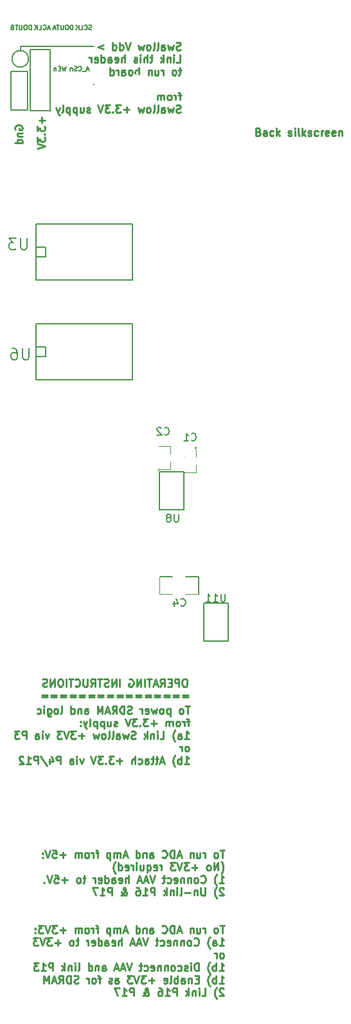
<source format=gbo>
G04 (created by PCBNEW (2013-mar-13)-testing) date Fri 03 May 2013 14:03:15 BST*
%MOIN*%
G04 Gerber Fmt 3.4, Leading zero omitted, Abs format*
%FSLAX34Y34*%
G01*
G70*
G90*
G04 APERTURE LIST*
%ADD10C,0.006*%
%ADD11C,0.00984252*%
%ADD12C,0.00590551*%
%ADD13C,0.00787402*%
%ADD14C,0.005*%
%ADD15C,0.0039*%
%ADD16C,0.127953*%
%ADD17C,0.285433*%
%ADD18R,0.0698425X0.0898425*%
%ADD19R,0.0698425X0.0698425*%
%ADD20C,0.0698425*%
%ADD21R,0.0298425X0.0598425*%
%ADD22R,0.0648425X0.0448425*%
%ADD23R,0.026378X0.0767717*%
G04 APERTURE END LIST*
G54D10*
G54D11*
X23038Y-30473D02*
X23094Y-30492D01*
X23113Y-30511D01*
X23132Y-30548D01*
X23132Y-30605D01*
X23113Y-30642D01*
X23094Y-30661D01*
X23057Y-30680D01*
X22907Y-30680D01*
X22907Y-30286D01*
X23038Y-30286D01*
X23076Y-30305D01*
X23094Y-30323D01*
X23113Y-30361D01*
X23113Y-30398D01*
X23094Y-30436D01*
X23076Y-30455D01*
X23038Y-30473D01*
X22907Y-30473D01*
X23469Y-30680D02*
X23469Y-30473D01*
X23450Y-30436D01*
X23413Y-30417D01*
X23338Y-30417D01*
X23300Y-30436D01*
X23469Y-30661D02*
X23432Y-30680D01*
X23338Y-30680D01*
X23300Y-30661D01*
X23282Y-30623D01*
X23282Y-30586D01*
X23300Y-30548D01*
X23338Y-30530D01*
X23432Y-30530D01*
X23469Y-30511D01*
X23825Y-30661D02*
X23788Y-30680D01*
X23713Y-30680D01*
X23675Y-30661D01*
X23657Y-30642D01*
X23638Y-30605D01*
X23638Y-30492D01*
X23657Y-30455D01*
X23675Y-30436D01*
X23713Y-30417D01*
X23788Y-30417D01*
X23825Y-30436D01*
X23994Y-30680D02*
X23994Y-30286D01*
X24032Y-30530D02*
X24144Y-30680D01*
X24144Y-30417D02*
X23994Y-30567D01*
X24594Y-30661D02*
X24632Y-30680D01*
X24707Y-30680D01*
X24744Y-30661D01*
X24763Y-30623D01*
X24763Y-30605D01*
X24744Y-30567D01*
X24707Y-30548D01*
X24650Y-30548D01*
X24613Y-30530D01*
X24594Y-30492D01*
X24594Y-30473D01*
X24613Y-30436D01*
X24650Y-30417D01*
X24707Y-30417D01*
X24744Y-30436D01*
X24932Y-30680D02*
X24932Y-30417D01*
X24932Y-30286D02*
X24913Y-30305D01*
X24932Y-30323D01*
X24950Y-30305D01*
X24932Y-30286D01*
X24932Y-30323D01*
X25175Y-30680D02*
X25138Y-30661D01*
X25119Y-30623D01*
X25119Y-30286D01*
X25325Y-30680D02*
X25325Y-30286D01*
X25363Y-30530D02*
X25475Y-30680D01*
X25475Y-30417D02*
X25325Y-30567D01*
X25625Y-30661D02*
X25663Y-30680D01*
X25738Y-30680D01*
X25775Y-30661D01*
X25794Y-30623D01*
X25794Y-30605D01*
X25775Y-30567D01*
X25738Y-30548D01*
X25681Y-30548D01*
X25644Y-30530D01*
X25625Y-30492D01*
X25625Y-30473D01*
X25644Y-30436D01*
X25681Y-30417D01*
X25738Y-30417D01*
X25775Y-30436D01*
X26131Y-30661D02*
X26094Y-30680D01*
X26019Y-30680D01*
X25981Y-30661D01*
X25963Y-30642D01*
X25944Y-30605D01*
X25944Y-30492D01*
X25963Y-30455D01*
X25981Y-30436D01*
X26019Y-30417D01*
X26094Y-30417D01*
X26131Y-30436D01*
X26300Y-30680D02*
X26300Y-30417D01*
X26300Y-30492D02*
X26319Y-30455D01*
X26338Y-30436D01*
X26375Y-30417D01*
X26413Y-30417D01*
X26694Y-30661D02*
X26656Y-30680D01*
X26581Y-30680D01*
X26544Y-30661D01*
X26525Y-30623D01*
X26525Y-30473D01*
X26544Y-30436D01*
X26581Y-30417D01*
X26656Y-30417D01*
X26694Y-30436D01*
X26713Y-30473D01*
X26713Y-30511D01*
X26525Y-30548D01*
X27031Y-30661D02*
X26994Y-30680D01*
X26919Y-30680D01*
X26881Y-30661D01*
X26863Y-30623D01*
X26863Y-30473D01*
X26881Y-30436D01*
X26919Y-30417D01*
X26994Y-30417D01*
X27031Y-30436D01*
X27050Y-30473D01*
X27050Y-30511D01*
X26863Y-30548D01*
X27219Y-30417D02*
X27219Y-30680D01*
X27219Y-30455D02*
X27238Y-30436D01*
X27275Y-30417D01*
X27331Y-30417D01*
X27369Y-30436D01*
X27387Y-30473D01*
X27387Y-30680D01*
X19266Y-58809D02*
X19191Y-58809D01*
X19153Y-58828D01*
X19116Y-58866D01*
X19097Y-58941D01*
X19097Y-59072D01*
X19116Y-59147D01*
X19153Y-59184D01*
X19191Y-59203D01*
X19266Y-59203D01*
X19303Y-59184D01*
X19341Y-59147D01*
X19359Y-59072D01*
X19359Y-58941D01*
X19341Y-58866D01*
X19303Y-58828D01*
X19266Y-58809D01*
X18928Y-59203D02*
X18928Y-58809D01*
X18778Y-58809D01*
X18741Y-58828D01*
X18722Y-58847D01*
X18703Y-58884D01*
X18703Y-58941D01*
X18722Y-58978D01*
X18741Y-58997D01*
X18778Y-59016D01*
X18928Y-59016D01*
X18534Y-58997D02*
X18403Y-58997D01*
X18347Y-59203D02*
X18534Y-59203D01*
X18534Y-58809D01*
X18347Y-58809D01*
X17953Y-59203D02*
X18084Y-59016D01*
X18178Y-59203D02*
X18178Y-58809D01*
X18028Y-58809D01*
X17991Y-58828D01*
X17972Y-58847D01*
X17953Y-58884D01*
X17953Y-58941D01*
X17972Y-58978D01*
X17991Y-58997D01*
X18028Y-59016D01*
X18178Y-59016D01*
X17803Y-59091D02*
X17616Y-59091D01*
X17841Y-59203D02*
X17709Y-58809D01*
X17578Y-59203D01*
X17503Y-58809D02*
X17278Y-58809D01*
X17391Y-59203D02*
X17391Y-58809D01*
X17147Y-59203D02*
X17147Y-58809D01*
X16960Y-59203D02*
X16960Y-58809D01*
X16735Y-59203D01*
X16735Y-58809D01*
X16341Y-58828D02*
X16378Y-58809D01*
X16435Y-58809D01*
X16491Y-58828D01*
X16528Y-58866D01*
X16547Y-58903D01*
X16566Y-58978D01*
X16566Y-59034D01*
X16547Y-59109D01*
X16528Y-59147D01*
X16491Y-59184D01*
X16435Y-59203D01*
X16397Y-59203D01*
X16341Y-59184D01*
X16322Y-59166D01*
X16322Y-59034D01*
X16397Y-59034D01*
X15853Y-59203D02*
X15853Y-58809D01*
X15666Y-59203D02*
X15666Y-58809D01*
X15441Y-59203D01*
X15441Y-58809D01*
X15272Y-59184D02*
X15216Y-59203D01*
X15122Y-59203D01*
X15085Y-59184D01*
X15066Y-59166D01*
X15047Y-59128D01*
X15047Y-59091D01*
X15066Y-59053D01*
X15085Y-59034D01*
X15122Y-59016D01*
X15197Y-58997D01*
X15235Y-58978D01*
X15254Y-58959D01*
X15272Y-58922D01*
X15272Y-58884D01*
X15254Y-58847D01*
X15235Y-58828D01*
X15197Y-58809D01*
X15104Y-58809D01*
X15047Y-58828D01*
X14935Y-58809D02*
X14710Y-58809D01*
X14822Y-59203D02*
X14822Y-58809D01*
X14354Y-59203D02*
X14485Y-59016D01*
X14579Y-59203D02*
X14579Y-58809D01*
X14429Y-58809D01*
X14391Y-58828D01*
X14372Y-58847D01*
X14354Y-58884D01*
X14354Y-58941D01*
X14372Y-58978D01*
X14391Y-58997D01*
X14429Y-59016D01*
X14579Y-59016D01*
X14185Y-58809D02*
X14185Y-59128D01*
X14166Y-59166D01*
X14147Y-59184D01*
X14110Y-59203D01*
X14035Y-59203D01*
X13997Y-59184D01*
X13979Y-59166D01*
X13960Y-59128D01*
X13960Y-58809D01*
X13547Y-59166D02*
X13566Y-59184D01*
X13622Y-59203D01*
X13660Y-59203D01*
X13716Y-59184D01*
X13754Y-59147D01*
X13772Y-59109D01*
X13791Y-59034D01*
X13791Y-58978D01*
X13772Y-58903D01*
X13754Y-58866D01*
X13716Y-58828D01*
X13660Y-58809D01*
X13622Y-58809D01*
X13566Y-58828D01*
X13547Y-58847D01*
X13435Y-58809D02*
X13210Y-58809D01*
X13323Y-59203D02*
X13323Y-58809D01*
X13079Y-59203D02*
X13079Y-58809D01*
X12816Y-58809D02*
X12741Y-58809D01*
X12704Y-58828D01*
X12666Y-58866D01*
X12648Y-58941D01*
X12648Y-59072D01*
X12666Y-59147D01*
X12704Y-59184D01*
X12741Y-59203D01*
X12816Y-59203D01*
X12854Y-59184D01*
X12891Y-59147D01*
X12910Y-59072D01*
X12910Y-58941D01*
X12891Y-58866D01*
X12854Y-58828D01*
X12816Y-58809D01*
X12479Y-59203D02*
X12479Y-58809D01*
X12254Y-59203D01*
X12254Y-58809D01*
X12085Y-59184D02*
X12029Y-59203D01*
X11935Y-59203D01*
X11898Y-59184D01*
X11879Y-59166D01*
X11860Y-59128D01*
X11860Y-59091D01*
X11879Y-59053D01*
X11898Y-59034D01*
X11935Y-59016D01*
X12010Y-58997D01*
X12048Y-58978D01*
X12066Y-58959D01*
X12085Y-58922D01*
X12085Y-58884D01*
X12066Y-58847D01*
X12048Y-58828D01*
X12010Y-58809D01*
X11916Y-58809D01*
X11860Y-58828D01*
X19416Y-59647D02*
X19116Y-59647D01*
X19116Y-59759D02*
X19416Y-59759D01*
X18928Y-59647D02*
X18628Y-59647D01*
X18628Y-59759D02*
X18928Y-59759D01*
X18441Y-59647D02*
X18141Y-59647D01*
X18141Y-59759D02*
X18441Y-59759D01*
X17953Y-59647D02*
X17653Y-59647D01*
X17653Y-59759D02*
X17953Y-59759D01*
X17466Y-59647D02*
X17166Y-59647D01*
X17166Y-59759D02*
X17466Y-59759D01*
X16978Y-59647D02*
X16678Y-59647D01*
X16678Y-59759D02*
X16978Y-59759D01*
X16491Y-59647D02*
X16191Y-59647D01*
X16191Y-59759D02*
X16491Y-59759D01*
X16003Y-59647D02*
X15703Y-59647D01*
X15703Y-59759D02*
X16003Y-59759D01*
X15516Y-59647D02*
X15216Y-59647D01*
X15216Y-59759D02*
X15516Y-59759D01*
X15029Y-59647D02*
X14729Y-59647D01*
X14729Y-59759D02*
X15029Y-59759D01*
X14541Y-59647D02*
X14241Y-59647D01*
X14241Y-59759D02*
X14541Y-59759D01*
X14054Y-59647D02*
X13754Y-59647D01*
X13754Y-59759D02*
X14054Y-59759D01*
X13566Y-59647D02*
X13266Y-59647D01*
X13266Y-59759D02*
X13566Y-59759D01*
X13079Y-59647D02*
X12779Y-59647D01*
X12779Y-59759D02*
X13079Y-59759D01*
X12591Y-59647D02*
X12291Y-59647D01*
X12291Y-59759D02*
X12591Y-59759D01*
X12104Y-59647D02*
X11804Y-59647D01*
X11804Y-59759D02*
X12104Y-59759D01*
X19480Y-60217D02*
X19255Y-60217D01*
X19367Y-60611D02*
X19367Y-60217D01*
X19067Y-60611D02*
X19105Y-60592D01*
X19124Y-60573D01*
X19142Y-60536D01*
X19142Y-60423D01*
X19124Y-60386D01*
X19105Y-60367D01*
X19067Y-60348D01*
X19011Y-60348D01*
X18974Y-60367D01*
X18955Y-60386D01*
X18936Y-60423D01*
X18936Y-60536D01*
X18955Y-60573D01*
X18974Y-60592D01*
X19011Y-60611D01*
X19067Y-60611D01*
X18467Y-60348D02*
X18467Y-60742D01*
X18467Y-60367D02*
X18430Y-60348D01*
X18355Y-60348D01*
X18317Y-60367D01*
X18299Y-60386D01*
X18280Y-60423D01*
X18280Y-60536D01*
X18299Y-60573D01*
X18317Y-60592D01*
X18355Y-60611D01*
X18430Y-60611D01*
X18467Y-60592D01*
X18055Y-60611D02*
X18092Y-60592D01*
X18111Y-60573D01*
X18130Y-60536D01*
X18130Y-60423D01*
X18111Y-60386D01*
X18092Y-60367D01*
X18055Y-60348D01*
X17999Y-60348D01*
X17961Y-60367D01*
X17942Y-60386D01*
X17924Y-60423D01*
X17924Y-60536D01*
X17942Y-60573D01*
X17961Y-60592D01*
X17999Y-60611D01*
X18055Y-60611D01*
X17792Y-60348D02*
X17717Y-60611D01*
X17642Y-60423D01*
X17567Y-60611D01*
X17492Y-60348D01*
X17193Y-60592D02*
X17230Y-60611D01*
X17305Y-60611D01*
X17342Y-60592D01*
X17361Y-60554D01*
X17361Y-60404D01*
X17342Y-60367D01*
X17305Y-60348D01*
X17230Y-60348D01*
X17193Y-60367D01*
X17174Y-60404D01*
X17174Y-60442D01*
X17361Y-60479D01*
X17005Y-60611D02*
X17005Y-60348D01*
X17005Y-60423D02*
X16986Y-60386D01*
X16968Y-60367D01*
X16930Y-60348D01*
X16893Y-60348D01*
X16480Y-60592D02*
X16424Y-60611D01*
X16330Y-60611D01*
X16293Y-60592D01*
X16274Y-60573D01*
X16255Y-60536D01*
X16255Y-60498D01*
X16274Y-60461D01*
X16293Y-60442D01*
X16330Y-60423D01*
X16405Y-60404D01*
X16443Y-60386D01*
X16461Y-60367D01*
X16480Y-60329D01*
X16480Y-60292D01*
X16461Y-60254D01*
X16443Y-60236D01*
X16405Y-60217D01*
X16311Y-60217D01*
X16255Y-60236D01*
X16086Y-60611D02*
X16086Y-60217D01*
X15993Y-60217D01*
X15936Y-60236D01*
X15899Y-60273D01*
X15880Y-60311D01*
X15861Y-60386D01*
X15861Y-60442D01*
X15880Y-60517D01*
X15899Y-60554D01*
X15936Y-60592D01*
X15993Y-60611D01*
X16086Y-60611D01*
X15468Y-60611D02*
X15599Y-60423D01*
X15693Y-60611D02*
X15693Y-60217D01*
X15543Y-60217D01*
X15505Y-60236D01*
X15486Y-60254D01*
X15468Y-60292D01*
X15468Y-60348D01*
X15486Y-60386D01*
X15505Y-60404D01*
X15543Y-60423D01*
X15693Y-60423D01*
X15318Y-60498D02*
X15130Y-60498D01*
X15355Y-60611D02*
X15224Y-60217D01*
X15093Y-60611D01*
X14962Y-60611D02*
X14962Y-60217D01*
X14830Y-60498D01*
X14699Y-60217D01*
X14699Y-60611D01*
X14043Y-60611D02*
X14043Y-60404D01*
X14062Y-60367D01*
X14099Y-60348D01*
X14174Y-60348D01*
X14212Y-60367D01*
X14043Y-60592D02*
X14080Y-60611D01*
X14174Y-60611D01*
X14212Y-60592D01*
X14230Y-60554D01*
X14230Y-60517D01*
X14212Y-60479D01*
X14174Y-60461D01*
X14080Y-60461D01*
X14043Y-60442D01*
X13855Y-60348D02*
X13855Y-60611D01*
X13855Y-60386D02*
X13837Y-60367D01*
X13799Y-60348D01*
X13743Y-60348D01*
X13705Y-60367D01*
X13687Y-60404D01*
X13687Y-60611D01*
X13330Y-60611D02*
X13330Y-60217D01*
X13330Y-60592D02*
X13368Y-60611D01*
X13443Y-60611D01*
X13480Y-60592D01*
X13499Y-60573D01*
X13518Y-60536D01*
X13518Y-60423D01*
X13499Y-60386D01*
X13480Y-60367D01*
X13443Y-60348D01*
X13368Y-60348D01*
X13330Y-60367D01*
X12787Y-60611D02*
X12824Y-60592D01*
X12843Y-60554D01*
X12843Y-60217D01*
X12581Y-60611D02*
X12618Y-60592D01*
X12637Y-60573D01*
X12656Y-60536D01*
X12656Y-60423D01*
X12637Y-60386D01*
X12618Y-60367D01*
X12581Y-60348D01*
X12524Y-60348D01*
X12487Y-60367D01*
X12468Y-60386D01*
X12449Y-60423D01*
X12449Y-60536D01*
X12468Y-60573D01*
X12487Y-60592D01*
X12524Y-60611D01*
X12581Y-60611D01*
X12112Y-60348D02*
X12112Y-60667D01*
X12131Y-60704D01*
X12149Y-60723D01*
X12187Y-60742D01*
X12243Y-60742D01*
X12281Y-60723D01*
X12112Y-60592D02*
X12149Y-60611D01*
X12224Y-60611D01*
X12262Y-60592D01*
X12281Y-60573D01*
X12299Y-60536D01*
X12299Y-60423D01*
X12281Y-60386D01*
X12262Y-60367D01*
X12224Y-60348D01*
X12149Y-60348D01*
X12112Y-60367D01*
X11924Y-60611D02*
X11924Y-60348D01*
X11924Y-60217D02*
X11943Y-60236D01*
X11924Y-60254D01*
X11906Y-60236D01*
X11924Y-60217D01*
X11924Y-60254D01*
X11568Y-60592D02*
X11606Y-60611D01*
X11681Y-60611D01*
X11718Y-60592D01*
X11737Y-60573D01*
X11756Y-60536D01*
X11756Y-60423D01*
X11737Y-60386D01*
X11718Y-60367D01*
X11681Y-60348D01*
X11606Y-60348D01*
X11568Y-60367D01*
X19480Y-60998D02*
X19330Y-60998D01*
X19423Y-61260D02*
X19423Y-60923D01*
X19405Y-60885D01*
X19367Y-60867D01*
X19330Y-60867D01*
X19199Y-61260D02*
X19199Y-60998D01*
X19199Y-61073D02*
X19180Y-61035D01*
X19161Y-61017D01*
X19124Y-60998D01*
X19086Y-60998D01*
X18899Y-61260D02*
X18936Y-61242D01*
X18955Y-61223D01*
X18974Y-61185D01*
X18974Y-61073D01*
X18955Y-61035D01*
X18936Y-61017D01*
X18899Y-60998D01*
X18842Y-60998D01*
X18805Y-61017D01*
X18786Y-61035D01*
X18767Y-61073D01*
X18767Y-61185D01*
X18786Y-61223D01*
X18805Y-61242D01*
X18842Y-61260D01*
X18899Y-61260D01*
X18599Y-61260D02*
X18599Y-60998D01*
X18599Y-61035D02*
X18580Y-61017D01*
X18542Y-60998D01*
X18486Y-60998D01*
X18449Y-61017D01*
X18430Y-61054D01*
X18430Y-61260D01*
X18430Y-61054D02*
X18411Y-61017D01*
X18374Y-60998D01*
X18317Y-60998D01*
X18280Y-61017D01*
X18261Y-61054D01*
X18261Y-61260D01*
X17774Y-61110D02*
X17474Y-61110D01*
X17624Y-61260D02*
X17624Y-60960D01*
X17324Y-60867D02*
X17080Y-60867D01*
X17211Y-61017D01*
X17155Y-61017D01*
X17118Y-61035D01*
X17099Y-61054D01*
X17080Y-61092D01*
X17080Y-61185D01*
X17099Y-61223D01*
X17118Y-61242D01*
X17155Y-61260D01*
X17267Y-61260D01*
X17305Y-61242D01*
X17324Y-61223D01*
X16911Y-61223D02*
X16893Y-61242D01*
X16911Y-61260D01*
X16930Y-61242D01*
X16911Y-61223D01*
X16911Y-61260D01*
X16761Y-60867D02*
X16518Y-60867D01*
X16649Y-61017D01*
X16593Y-61017D01*
X16555Y-61035D01*
X16536Y-61054D01*
X16518Y-61092D01*
X16518Y-61185D01*
X16536Y-61223D01*
X16555Y-61242D01*
X16593Y-61260D01*
X16705Y-61260D01*
X16743Y-61242D01*
X16761Y-61223D01*
X16405Y-60867D02*
X16274Y-61260D01*
X16143Y-60867D01*
X15730Y-61242D02*
X15693Y-61260D01*
X15618Y-61260D01*
X15580Y-61242D01*
X15561Y-61204D01*
X15561Y-61185D01*
X15580Y-61148D01*
X15618Y-61129D01*
X15674Y-61129D01*
X15711Y-61110D01*
X15730Y-61073D01*
X15730Y-61054D01*
X15711Y-61017D01*
X15674Y-60998D01*
X15618Y-60998D01*
X15580Y-61017D01*
X15224Y-60998D02*
X15224Y-61260D01*
X15393Y-60998D02*
X15393Y-61204D01*
X15374Y-61242D01*
X15336Y-61260D01*
X15280Y-61260D01*
X15243Y-61242D01*
X15224Y-61223D01*
X15037Y-60998D02*
X15037Y-61392D01*
X15037Y-61017D02*
X14999Y-60998D01*
X14924Y-60998D01*
X14887Y-61017D01*
X14868Y-61035D01*
X14849Y-61073D01*
X14849Y-61185D01*
X14868Y-61223D01*
X14887Y-61242D01*
X14924Y-61260D01*
X14999Y-61260D01*
X15037Y-61242D01*
X14680Y-60998D02*
X14680Y-61392D01*
X14680Y-61017D02*
X14643Y-60998D01*
X14568Y-60998D01*
X14530Y-61017D01*
X14512Y-61035D01*
X14493Y-61073D01*
X14493Y-61185D01*
X14512Y-61223D01*
X14530Y-61242D01*
X14568Y-61260D01*
X14643Y-61260D01*
X14680Y-61242D01*
X14268Y-61260D02*
X14305Y-61242D01*
X14324Y-61204D01*
X14324Y-60867D01*
X14155Y-60998D02*
X14062Y-61260D01*
X13968Y-60998D02*
X14062Y-61260D01*
X14099Y-61354D01*
X14118Y-61373D01*
X14155Y-61392D01*
X13818Y-61223D02*
X13799Y-61242D01*
X13818Y-61260D01*
X13837Y-61242D01*
X13818Y-61223D01*
X13818Y-61260D01*
X13818Y-61017D02*
X13799Y-61035D01*
X13818Y-61054D01*
X13837Y-61035D01*
X13818Y-61017D01*
X13818Y-61054D01*
X19217Y-61910D02*
X19442Y-61910D01*
X19330Y-61910D02*
X19330Y-61516D01*
X19367Y-61572D01*
X19405Y-61610D01*
X19442Y-61629D01*
X18880Y-61910D02*
X18880Y-61704D01*
X18899Y-61666D01*
X18936Y-61647D01*
X19011Y-61647D01*
X19049Y-61666D01*
X18880Y-61891D02*
X18917Y-61910D01*
X19011Y-61910D01*
X19049Y-61891D01*
X19067Y-61854D01*
X19067Y-61816D01*
X19049Y-61779D01*
X19011Y-61760D01*
X18917Y-61760D01*
X18880Y-61741D01*
X18730Y-62060D02*
X18711Y-62041D01*
X18674Y-61985D01*
X18655Y-61947D01*
X18636Y-61891D01*
X18617Y-61797D01*
X18617Y-61722D01*
X18636Y-61629D01*
X18655Y-61572D01*
X18674Y-61535D01*
X18711Y-61479D01*
X18730Y-61460D01*
X17942Y-61910D02*
X18130Y-61910D01*
X18130Y-61516D01*
X17811Y-61910D02*
X17811Y-61647D01*
X17811Y-61516D02*
X17830Y-61535D01*
X17811Y-61554D01*
X17792Y-61535D01*
X17811Y-61516D01*
X17811Y-61554D01*
X17624Y-61647D02*
X17624Y-61910D01*
X17624Y-61685D02*
X17605Y-61666D01*
X17567Y-61647D01*
X17511Y-61647D01*
X17474Y-61666D01*
X17455Y-61704D01*
X17455Y-61910D01*
X17267Y-61910D02*
X17267Y-61516D01*
X17230Y-61760D02*
X17118Y-61910D01*
X17118Y-61647D02*
X17267Y-61797D01*
X16668Y-61891D02*
X16611Y-61910D01*
X16518Y-61910D01*
X16480Y-61891D01*
X16461Y-61872D01*
X16443Y-61835D01*
X16443Y-61797D01*
X16461Y-61760D01*
X16480Y-61741D01*
X16518Y-61722D01*
X16593Y-61704D01*
X16630Y-61685D01*
X16649Y-61666D01*
X16668Y-61629D01*
X16668Y-61591D01*
X16649Y-61554D01*
X16630Y-61535D01*
X16593Y-61516D01*
X16499Y-61516D01*
X16443Y-61535D01*
X16311Y-61647D02*
X16236Y-61910D01*
X16161Y-61722D01*
X16086Y-61910D01*
X16011Y-61647D01*
X15693Y-61910D02*
X15693Y-61704D01*
X15711Y-61666D01*
X15749Y-61647D01*
X15824Y-61647D01*
X15861Y-61666D01*
X15693Y-61891D02*
X15730Y-61910D01*
X15824Y-61910D01*
X15861Y-61891D01*
X15880Y-61854D01*
X15880Y-61816D01*
X15861Y-61779D01*
X15824Y-61760D01*
X15730Y-61760D01*
X15693Y-61741D01*
X15449Y-61910D02*
X15486Y-61891D01*
X15505Y-61854D01*
X15505Y-61516D01*
X15243Y-61910D02*
X15280Y-61891D01*
X15299Y-61854D01*
X15299Y-61516D01*
X15037Y-61910D02*
X15074Y-61891D01*
X15093Y-61872D01*
X15112Y-61835D01*
X15112Y-61722D01*
X15093Y-61685D01*
X15074Y-61666D01*
X15037Y-61647D01*
X14980Y-61647D01*
X14943Y-61666D01*
X14924Y-61685D01*
X14905Y-61722D01*
X14905Y-61835D01*
X14924Y-61872D01*
X14943Y-61891D01*
X14980Y-61910D01*
X15037Y-61910D01*
X14774Y-61647D02*
X14699Y-61910D01*
X14624Y-61722D01*
X14549Y-61910D01*
X14474Y-61647D01*
X14024Y-61760D02*
X13724Y-61760D01*
X13874Y-61910D02*
X13874Y-61610D01*
X13574Y-61516D02*
X13330Y-61516D01*
X13462Y-61666D01*
X13405Y-61666D01*
X13368Y-61685D01*
X13349Y-61704D01*
X13330Y-61741D01*
X13330Y-61835D01*
X13349Y-61872D01*
X13368Y-61891D01*
X13405Y-61910D01*
X13518Y-61910D01*
X13555Y-61891D01*
X13574Y-61872D01*
X13218Y-61516D02*
X13087Y-61910D01*
X12956Y-61516D01*
X12862Y-61516D02*
X12618Y-61516D01*
X12749Y-61666D01*
X12693Y-61666D01*
X12656Y-61685D01*
X12637Y-61704D01*
X12618Y-61741D01*
X12618Y-61835D01*
X12637Y-61872D01*
X12656Y-61891D01*
X12693Y-61910D01*
X12806Y-61910D01*
X12843Y-61891D01*
X12862Y-61872D01*
X12187Y-61647D02*
X12093Y-61910D01*
X11999Y-61647D01*
X11849Y-61910D02*
X11849Y-61647D01*
X11849Y-61516D02*
X11868Y-61535D01*
X11849Y-61554D01*
X11831Y-61535D01*
X11849Y-61516D01*
X11849Y-61554D01*
X11493Y-61910D02*
X11493Y-61704D01*
X11512Y-61666D01*
X11549Y-61647D01*
X11624Y-61647D01*
X11662Y-61666D01*
X11493Y-61891D02*
X11531Y-61910D01*
X11624Y-61910D01*
X11662Y-61891D01*
X11681Y-61854D01*
X11681Y-61816D01*
X11662Y-61779D01*
X11624Y-61760D01*
X11531Y-61760D01*
X11493Y-61741D01*
X11006Y-61910D02*
X11006Y-61516D01*
X10856Y-61516D01*
X10818Y-61535D01*
X10800Y-61554D01*
X10781Y-61591D01*
X10781Y-61647D01*
X10800Y-61685D01*
X10818Y-61704D01*
X10856Y-61722D01*
X11006Y-61722D01*
X10650Y-61516D02*
X10406Y-61516D01*
X10537Y-61666D01*
X10481Y-61666D01*
X10443Y-61685D01*
X10425Y-61704D01*
X10406Y-61741D01*
X10406Y-61835D01*
X10425Y-61872D01*
X10443Y-61891D01*
X10481Y-61910D01*
X10593Y-61910D01*
X10631Y-61891D01*
X10650Y-61872D01*
X19367Y-62559D02*
X19405Y-62541D01*
X19423Y-62522D01*
X19442Y-62485D01*
X19442Y-62372D01*
X19423Y-62335D01*
X19405Y-62316D01*
X19367Y-62297D01*
X19311Y-62297D01*
X19273Y-62316D01*
X19255Y-62335D01*
X19236Y-62372D01*
X19236Y-62485D01*
X19255Y-62522D01*
X19273Y-62541D01*
X19311Y-62559D01*
X19367Y-62559D01*
X19067Y-62559D02*
X19067Y-62297D01*
X19067Y-62372D02*
X19049Y-62335D01*
X19030Y-62316D01*
X18992Y-62297D01*
X18955Y-62297D01*
X19217Y-63209D02*
X19442Y-63209D01*
X19330Y-63209D02*
X19330Y-62815D01*
X19367Y-62872D01*
X19405Y-62909D01*
X19442Y-62928D01*
X19049Y-63209D02*
X19049Y-62815D01*
X19049Y-62965D02*
X19011Y-62947D01*
X18936Y-62947D01*
X18899Y-62965D01*
X18880Y-62984D01*
X18861Y-63022D01*
X18861Y-63134D01*
X18880Y-63172D01*
X18899Y-63190D01*
X18936Y-63209D01*
X19011Y-63209D01*
X19049Y-63190D01*
X18730Y-63359D02*
X18711Y-63340D01*
X18674Y-63284D01*
X18655Y-63247D01*
X18636Y-63190D01*
X18617Y-63097D01*
X18617Y-63022D01*
X18636Y-62928D01*
X18655Y-62872D01*
X18674Y-62834D01*
X18711Y-62778D01*
X18730Y-62759D01*
X18149Y-63097D02*
X17961Y-63097D01*
X18186Y-63209D02*
X18055Y-62815D01*
X17924Y-63209D01*
X17849Y-62947D02*
X17699Y-62947D01*
X17792Y-62815D02*
X17792Y-63153D01*
X17774Y-63190D01*
X17736Y-63209D01*
X17699Y-63209D01*
X17624Y-62947D02*
X17474Y-62947D01*
X17567Y-62815D02*
X17567Y-63153D01*
X17549Y-63190D01*
X17511Y-63209D01*
X17474Y-63209D01*
X17174Y-63209D02*
X17174Y-63003D01*
X17193Y-62965D01*
X17230Y-62947D01*
X17305Y-62947D01*
X17342Y-62965D01*
X17174Y-63190D02*
X17211Y-63209D01*
X17305Y-63209D01*
X17342Y-63190D01*
X17361Y-63153D01*
X17361Y-63115D01*
X17342Y-63078D01*
X17305Y-63059D01*
X17211Y-63059D01*
X17174Y-63040D01*
X16818Y-63190D02*
X16855Y-63209D01*
X16930Y-63209D01*
X16968Y-63190D01*
X16986Y-63172D01*
X17005Y-63134D01*
X17005Y-63022D01*
X16986Y-62984D01*
X16968Y-62965D01*
X16930Y-62947D01*
X16855Y-62947D01*
X16818Y-62965D01*
X16649Y-63209D02*
X16649Y-62815D01*
X16480Y-63209D02*
X16480Y-63003D01*
X16499Y-62965D01*
X16536Y-62947D01*
X16593Y-62947D01*
X16630Y-62965D01*
X16649Y-62984D01*
X15993Y-63059D02*
X15693Y-63059D01*
X15843Y-63209D02*
X15843Y-62909D01*
X15543Y-62815D02*
X15299Y-62815D01*
X15430Y-62965D01*
X15374Y-62965D01*
X15336Y-62984D01*
X15318Y-63003D01*
X15299Y-63040D01*
X15299Y-63134D01*
X15318Y-63172D01*
X15336Y-63190D01*
X15374Y-63209D01*
X15486Y-63209D01*
X15524Y-63190D01*
X15543Y-63172D01*
X15130Y-63172D02*
X15112Y-63190D01*
X15130Y-63209D01*
X15149Y-63190D01*
X15130Y-63172D01*
X15130Y-63209D01*
X14980Y-62815D02*
X14737Y-62815D01*
X14868Y-62965D01*
X14812Y-62965D01*
X14774Y-62984D01*
X14755Y-63003D01*
X14737Y-63040D01*
X14737Y-63134D01*
X14755Y-63172D01*
X14774Y-63190D01*
X14812Y-63209D01*
X14924Y-63209D01*
X14962Y-63190D01*
X14980Y-63172D01*
X14624Y-62815D02*
X14493Y-63209D01*
X14362Y-62815D01*
X13968Y-62947D02*
X13874Y-63209D01*
X13780Y-62947D01*
X13630Y-63209D02*
X13630Y-62947D01*
X13630Y-62815D02*
X13649Y-62834D01*
X13630Y-62853D01*
X13612Y-62834D01*
X13630Y-62815D01*
X13630Y-62853D01*
X13274Y-63209D02*
X13274Y-63003D01*
X13293Y-62965D01*
X13330Y-62947D01*
X13405Y-62947D01*
X13443Y-62965D01*
X13274Y-63190D02*
X13312Y-63209D01*
X13405Y-63209D01*
X13443Y-63190D01*
X13462Y-63153D01*
X13462Y-63115D01*
X13443Y-63078D01*
X13405Y-63059D01*
X13312Y-63059D01*
X13274Y-63040D01*
X12787Y-63209D02*
X12787Y-62815D01*
X12637Y-62815D01*
X12599Y-62834D01*
X12581Y-62853D01*
X12562Y-62890D01*
X12562Y-62947D01*
X12581Y-62984D01*
X12599Y-63003D01*
X12637Y-63022D01*
X12787Y-63022D01*
X12224Y-62947D02*
X12224Y-63209D01*
X12318Y-62797D02*
X12412Y-63078D01*
X12168Y-63078D01*
X11737Y-62797D02*
X12074Y-63303D01*
X11606Y-63209D02*
X11606Y-62815D01*
X11456Y-62815D01*
X11418Y-62834D01*
X11399Y-62853D01*
X11381Y-62890D01*
X11381Y-62947D01*
X11399Y-62984D01*
X11418Y-63003D01*
X11456Y-63022D01*
X11606Y-63022D01*
X11006Y-63209D02*
X11231Y-63209D01*
X11118Y-63209D02*
X11118Y-62815D01*
X11156Y-62872D01*
X11193Y-62909D01*
X11231Y-62928D01*
X10856Y-62853D02*
X10837Y-62834D01*
X10800Y-62815D01*
X10706Y-62815D01*
X10668Y-62834D01*
X10650Y-62853D01*
X10631Y-62890D01*
X10631Y-62928D01*
X10650Y-62984D01*
X10875Y-63209D01*
X10631Y-63209D01*
X21281Y-67678D02*
X21056Y-67678D01*
X21168Y-68071D02*
X21168Y-67678D01*
X20868Y-68071D02*
X20906Y-68053D01*
X20925Y-68034D01*
X20943Y-67996D01*
X20943Y-67884D01*
X20925Y-67846D01*
X20906Y-67828D01*
X20868Y-67809D01*
X20812Y-67809D01*
X20775Y-67828D01*
X20756Y-67846D01*
X20737Y-67884D01*
X20737Y-67996D01*
X20756Y-68034D01*
X20775Y-68053D01*
X20812Y-68071D01*
X20868Y-68071D01*
X20269Y-68071D02*
X20269Y-67809D01*
X20269Y-67884D02*
X20250Y-67846D01*
X20231Y-67828D01*
X20194Y-67809D01*
X20156Y-67809D01*
X19856Y-67809D02*
X19856Y-68071D01*
X20025Y-67809D02*
X20025Y-68015D01*
X20006Y-68053D01*
X19969Y-68071D01*
X19912Y-68071D01*
X19875Y-68053D01*
X19856Y-68034D01*
X19669Y-67809D02*
X19669Y-68071D01*
X19669Y-67846D02*
X19650Y-67828D01*
X19612Y-67809D01*
X19556Y-67809D01*
X19519Y-67828D01*
X19500Y-67865D01*
X19500Y-68071D01*
X19031Y-67959D02*
X18844Y-67959D01*
X19069Y-68071D02*
X18937Y-67678D01*
X18806Y-68071D01*
X18675Y-68071D02*
X18675Y-67678D01*
X18581Y-67678D01*
X18525Y-67696D01*
X18488Y-67734D01*
X18469Y-67771D01*
X18450Y-67846D01*
X18450Y-67903D01*
X18469Y-67978D01*
X18488Y-68015D01*
X18525Y-68053D01*
X18581Y-68071D01*
X18675Y-68071D01*
X18056Y-68034D02*
X18075Y-68053D01*
X18131Y-68071D01*
X18169Y-68071D01*
X18225Y-68053D01*
X18263Y-68015D01*
X18281Y-67978D01*
X18300Y-67903D01*
X18300Y-67846D01*
X18281Y-67771D01*
X18263Y-67734D01*
X18225Y-67696D01*
X18169Y-67678D01*
X18131Y-67678D01*
X18075Y-67696D01*
X18056Y-67715D01*
X17419Y-68071D02*
X17419Y-67865D01*
X17438Y-67828D01*
X17475Y-67809D01*
X17550Y-67809D01*
X17588Y-67828D01*
X17419Y-68053D02*
X17456Y-68071D01*
X17550Y-68071D01*
X17588Y-68053D01*
X17606Y-68015D01*
X17606Y-67978D01*
X17588Y-67940D01*
X17550Y-67921D01*
X17456Y-67921D01*
X17419Y-67903D01*
X17231Y-67809D02*
X17231Y-68071D01*
X17231Y-67846D02*
X17213Y-67828D01*
X17175Y-67809D01*
X17119Y-67809D01*
X17081Y-67828D01*
X17063Y-67865D01*
X17063Y-68071D01*
X16706Y-68071D02*
X16706Y-67678D01*
X16706Y-68053D02*
X16744Y-68071D01*
X16819Y-68071D01*
X16856Y-68053D01*
X16875Y-68034D01*
X16894Y-67996D01*
X16894Y-67884D01*
X16875Y-67846D01*
X16856Y-67828D01*
X16819Y-67809D01*
X16744Y-67809D01*
X16706Y-67828D01*
X16238Y-67959D02*
X16050Y-67959D01*
X16275Y-68071D02*
X16144Y-67678D01*
X16013Y-68071D01*
X15882Y-68071D02*
X15882Y-67809D01*
X15882Y-67846D02*
X15863Y-67828D01*
X15825Y-67809D01*
X15769Y-67809D01*
X15732Y-67828D01*
X15713Y-67865D01*
X15713Y-68071D01*
X15713Y-67865D02*
X15694Y-67828D01*
X15657Y-67809D01*
X15600Y-67809D01*
X15563Y-67828D01*
X15544Y-67865D01*
X15544Y-68071D01*
X15357Y-67809D02*
X15357Y-68203D01*
X15357Y-67828D02*
X15319Y-67809D01*
X15244Y-67809D01*
X15207Y-67828D01*
X15188Y-67846D01*
X15169Y-67884D01*
X15169Y-67996D01*
X15188Y-68034D01*
X15207Y-68053D01*
X15244Y-68071D01*
X15319Y-68071D01*
X15357Y-68053D01*
X14757Y-67809D02*
X14607Y-67809D01*
X14700Y-68071D02*
X14700Y-67734D01*
X14682Y-67696D01*
X14644Y-67678D01*
X14607Y-67678D01*
X14476Y-68071D02*
X14476Y-67809D01*
X14476Y-67884D02*
X14457Y-67846D01*
X14438Y-67828D01*
X14401Y-67809D01*
X14363Y-67809D01*
X14176Y-68071D02*
X14213Y-68053D01*
X14232Y-68034D01*
X14251Y-67996D01*
X14251Y-67884D01*
X14232Y-67846D01*
X14213Y-67828D01*
X14176Y-67809D01*
X14119Y-67809D01*
X14082Y-67828D01*
X14063Y-67846D01*
X14044Y-67884D01*
X14044Y-67996D01*
X14063Y-68034D01*
X14082Y-68053D01*
X14119Y-68071D01*
X14176Y-68071D01*
X13876Y-68071D02*
X13876Y-67809D01*
X13876Y-67846D02*
X13857Y-67828D01*
X13819Y-67809D01*
X13763Y-67809D01*
X13726Y-67828D01*
X13707Y-67865D01*
X13707Y-68071D01*
X13707Y-67865D02*
X13688Y-67828D01*
X13651Y-67809D01*
X13594Y-67809D01*
X13557Y-67828D01*
X13538Y-67865D01*
X13538Y-68071D01*
X13051Y-67921D02*
X12751Y-67921D01*
X12901Y-68071D02*
X12901Y-67771D01*
X12376Y-67678D02*
X12563Y-67678D01*
X12582Y-67865D01*
X12563Y-67846D01*
X12526Y-67828D01*
X12432Y-67828D01*
X12395Y-67846D01*
X12376Y-67865D01*
X12357Y-67903D01*
X12357Y-67996D01*
X12376Y-68034D01*
X12395Y-68053D01*
X12432Y-68071D01*
X12526Y-68071D01*
X12563Y-68053D01*
X12582Y-68034D01*
X12245Y-67678D02*
X12113Y-68071D01*
X11982Y-67678D01*
X11851Y-68034D02*
X11832Y-68053D01*
X11851Y-68071D01*
X11870Y-68053D01*
X11851Y-68034D01*
X11851Y-68071D01*
X11851Y-67828D02*
X11832Y-67846D01*
X11851Y-67865D01*
X11870Y-67846D01*
X11851Y-67828D01*
X11851Y-67865D01*
X21112Y-68871D02*
X21131Y-68852D01*
X21168Y-68796D01*
X21187Y-68758D01*
X21206Y-68702D01*
X21225Y-68608D01*
X21225Y-68533D01*
X21206Y-68440D01*
X21187Y-68383D01*
X21168Y-68346D01*
X21131Y-68290D01*
X21112Y-68271D01*
X20962Y-68721D02*
X20962Y-68327D01*
X20737Y-68721D01*
X20737Y-68327D01*
X20494Y-68721D02*
X20531Y-68702D01*
X20550Y-68683D01*
X20568Y-68646D01*
X20568Y-68533D01*
X20550Y-68496D01*
X20531Y-68477D01*
X20494Y-68458D01*
X20437Y-68458D01*
X20400Y-68477D01*
X20381Y-68496D01*
X20362Y-68533D01*
X20362Y-68646D01*
X20381Y-68683D01*
X20400Y-68702D01*
X20437Y-68721D01*
X20494Y-68721D01*
X19894Y-68571D02*
X19594Y-68571D01*
X19744Y-68721D02*
X19744Y-68421D01*
X19444Y-68327D02*
X19200Y-68327D01*
X19331Y-68477D01*
X19275Y-68477D01*
X19237Y-68496D01*
X19219Y-68515D01*
X19200Y-68552D01*
X19200Y-68646D01*
X19219Y-68683D01*
X19237Y-68702D01*
X19275Y-68721D01*
X19387Y-68721D01*
X19425Y-68702D01*
X19444Y-68683D01*
X19087Y-68327D02*
X18956Y-68721D01*
X18825Y-68327D01*
X18731Y-68327D02*
X18488Y-68327D01*
X18619Y-68477D01*
X18562Y-68477D01*
X18525Y-68496D01*
X18506Y-68515D01*
X18488Y-68552D01*
X18488Y-68646D01*
X18506Y-68683D01*
X18525Y-68702D01*
X18562Y-68721D01*
X18675Y-68721D01*
X18712Y-68702D01*
X18731Y-68683D01*
X18019Y-68721D02*
X18019Y-68458D01*
X18019Y-68533D02*
X18000Y-68496D01*
X17981Y-68477D01*
X17944Y-68458D01*
X17906Y-68458D01*
X17625Y-68702D02*
X17663Y-68721D01*
X17738Y-68721D01*
X17775Y-68702D01*
X17794Y-68665D01*
X17794Y-68515D01*
X17775Y-68477D01*
X17738Y-68458D01*
X17663Y-68458D01*
X17625Y-68477D01*
X17606Y-68515D01*
X17606Y-68552D01*
X17794Y-68590D01*
X17269Y-68458D02*
X17269Y-68852D01*
X17269Y-68702D02*
X17306Y-68721D01*
X17381Y-68721D01*
X17419Y-68702D01*
X17438Y-68683D01*
X17456Y-68646D01*
X17456Y-68533D01*
X17438Y-68496D01*
X17419Y-68477D01*
X17381Y-68458D01*
X17306Y-68458D01*
X17269Y-68477D01*
X16913Y-68458D02*
X16913Y-68721D01*
X17081Y-68458D02*
X17081Y-68665D01*
X17063Y-68702D01*
X17025Y-68721D01*
X16969Y-68721D01*
X16931Y-68702D01*
X16913Y-68683D01*
X16725Y-68721D02*
X16725Y-68458D01*
X16725Y-68327D02*
X16744Y-68346D01*
X16725Y-68365D01*
X16706Y-68346D01*
X16725Y-68327D01*
X16725Y-68365D01*
X16538Y-68721D02*
X16538Y-68458D01*
X16538Y-68533D02*
X16519Y-68496D01*
X16500Y-68477D01*
X16463Y-68458D01*
X16425Y-68458D01*
X16144Y-68702D02*
X16182Y-68721D01*
X16257Y-68721D01*
X16294Y-68702D01*
X16313Y-68665D01*
X16313Y-68515D01*
X16294Y-68477D01*
X16257Y-68458D01*
X16182Y-68458D01*
X16144Y-68477D01*
X16125Y-68515D01*
X16125Y-68552D01*
X16313Y-68590D01*
X15788Y-68721D02*
X15788Y-68327D01*
X15788Y-68702D02*
X15825Y-68721D01*
X15900Y-68721D01*
X15938Y-68702D01*
X15957Y-68683D01*
X15975Y-68646D01*
X15975Y-68533D01*
X15957Y-68496D01*
X15938Y-68477D01*
X15900Y-68458D01*
X15825Y-68458D01*
X15788Y-68477D01*
X15638Y-68871D02*
X15619Y-68852D01*
X15582Y-68796D01*
X15563Y-68758D01*
X15544Y-68702D01*
X15525Y-68608D01*
X15525Y-68533D01*
X15544Y-68440D01*
X15563Y-68383D01*
X15582Y-68346D01*
X15619Y-68290D01*
X15638Y-68271D01*
X21018Y-69371D02*
X21243Y-69371D01*
X21131Y-69371D02*
X21131Y-68977D01*
X21168Y-69033D01*
X21206Y-69071D01*
X21243Y-69089D01*
X20887Y-69520D02*
X20868Y-69502D01*
X20831Y-69446D01*
X20812Y-69408D01*
X20793Y-69352D01*
X20775Y-69258D01*
X20775Y-69183D01*
X20793Y-69089D01*
X20812Y-69033D01*
X20831Y-68996D01*
X20868Y-68939D01*
X20887Y-68921D01*
X20062Y-69333D02*
X20081Y-69352D01*
X20137Y-69371D01*
X20175Y-69371D01*
X20231Y-69352D01*
X20269Y-69314D01*
X20287Y-69277D01*
X20306Y-69202D01*
X20306Y-69146D01*
X20287Y-69071D01*
X20269Y-69033D01*
X20231Y-68996D01*
X20175Y-68977D01*
X20137Y-68977D01*
X20081Y-68996D01*
X20062Y-69014D01*
X19837Y-69371D02*
X19875Y-69352D01*
X19894Y-69333D01*
X19912Y-69296D01*
X19912Y-69183D01*
X19894Y-69146D01*
X19875Y-69127D01*
X19837Y-69108D01*
X19781Y-69108D01*
X19744Y-69127D01*
X19725Y-69146D01*
X19706Y-69183D01*
X19706Y-69296D01*
X19725Y-69333D01*
X19744Y-69352D01*
X19781Y-69371D01*
X19837Y-69371D01*
X19537Y-69108D02*
X19537Y-69371D01*
X19537Y-69146D02*
X19519Y-69127D01*
X19481Y-69108D01*
X19425Y-69108D01*
X19387Y-69127D01*
X19369Y-69164D01*
X19369Y-69371D01*
X19181Y-69108D02*
X19181Y-69371D01*
X19181Y-69146D02*
X19162Y-69127D01*
X19125Y-69108D01*
X19069Y-69108D01*
X19031Y-69127D01*
X19012Y-69164D01*
X19012Y-69371D01*
X18675Y-69352D02*
X18712Y-69371D01*
X18787Y-69371D01*
X18825Y-69352D01*
X18844Y-69314D01*
X18844Y-69164D01*
X18825Y-69127D01*
X18787Y-69108D01*
X18712Y-69108D01*
X18675Y-69127D01*
X18656Y-69164D01*
X18656Y-69202D01*
X18844Y-69239D01*
X18319Y-69352D02*
X18356Y-69371D01*
X18431Y-69371D01*
X18469Y-69352D01*
X18488Y-69333D01*
X18506Y-69296D01*
X18506Y-69183D01*
X18488Y-69146D01*
X18469Y-69127D01*
X18431Y-69108D01*
X18356Y-69108D01*
X18319Y-69127D01*
X18206Y-69108D02*
X18056Y-69108D01*
X18150Y-68977D02*
X18150Y-69314D01*
X18131Y-69352D01*
X18094Y-69371D01*
X18056Y-69371D01*
X17681Y-68977D02*
X17550Y-69371D01*
X17419Y-68977D01*
X17306Y-69258D02*
X17119Y-69258D01*
X17344Y-69371D02*
X17213Y-68977D01*
X17081Y-69371D01*
X16969Y-69258D02*
X16781Y-69258D01*
X17006Y-69371D02*
X16875Y-68977D01*
X16744Y-69371D01*
X16313Y-69371D02*
X16313Y-68977D01*
X16144Y-69371D02*
X16144Y-69164D01*
X16163Y-69127D01*
X16200Y-69108D01*
X16257Y-69108D01*
X16294Y-69127D01*
X16313Y-69146D01*
X15807Y-69352D02*
X15844Y-69371D01*
X15919Y-69371D01*
X15957Y-69352D01*
X15975Y-69314D01*
X15975Y-69164D01*
X15957Y-69127D01*
X15919Y-69108D01*
X15844Y-69108D01*
X15807Y-69127D01*
X15788Y-69164D01*
X15788Y-69202D01*
X15975Y-69239D01*
X15450Y-69371D02*
X15450Y-69164D01*
X15469Y-69127D01*
X15507Y-69108D01*
X15582Y-69108D01*
X15619Y-69127D01*
X15450Y-69352D02*
X15488Y-69371D01*
X15582Y-69371D01*
X15619Y-69352D01*
X15638Y-69314D01*
X15638Y-69277D01*
X15619Y-69239D01*
X15582Y-69221D01*
X15488Y-69221D01*
X15450Y-69202D01*
X15094Y-69371D02*
X15094Y-68977D01*
X15094Y-69352D02*
X15132Y-69371D01*
X15207Y-69371D01*
X15244Y-69352D01*
X15263Y-69333D01*
X15282Y-69296D01*
X15282Y-69183D01*
X15263Y-69146D01*
X15244Y-69127D01*
X15207Y-69108D01*
X15132Y-69108D01*
X15094Y-69127D01*
X14757Y-69352D02*
X14794Y-69371D01*
X14869Y-69371D01*
X14907Y-69352D01*
X14925Y-69314D01*
X14925Y-69164D01*
X14907Y-69127D01*
X14869Y-69108D01*
X14794Y-69108D01*
X14757Y-69127D01*
X14738Y-69164D01*
X14738Y-69202D01*
X14925Y-69239D01*
X14569Y-69371D02*
X14569Y-69108D01*
X14569Y-69183D02*
X14550Y-69146D01*
X14532Y-69127D01*
X14494Y-69108D01*
X14457Y-69108D01*
X14082Y-69108D02*
X13932Y-69108D01*
X14026Y-68977D02*
X14026Y-69314D01*
X14007Y-69352D01*
X13969Y-69371D01*
X13932Y-69371D01*
X13744Y-69371D02*
X13782Y-69352D01*
X13801Y-69333D01*
X13819Y-69296D01*
X13819Y-69183D01*
X13801Y-69146D01*
X13782Y-69127D01*
X13744Y-69108D01*
X13688Y-69108D01*
X13651Y-69127D01*
X13632Y-69146D01*
X13613Y-69183D01*
X13613Y-69296D01*
X13632Y-69333D01*
X13651Y-69352D01*
X13688Y-69371D01*
X13744Y-69371D01*
X13144Y-69221D02*
X12844Y-69221D01*
X12994Y-69371D02*
X12994Y-69071D01*
X12470Y-68977D02*
X12657Y-68977D01*
X12676Y-69164D01*
X12657Y-69146D01*
X12619Y-69127D01*
X12526Y-69127D01*
X12488Y-69146D01*
X12470Y-69164D01*
X12451Y-69202D01*
X12451Y-69296D01*
X12470Y-69333D01*
X12488Y-69352D01*
X12526Y-69371D01*
X12619Y-69371D01*
X12657Y-69352D01*
X12676Y-69333D01*
X12338Y-68977D02*
X12207Y-69371D01*
X12076Y-68977D01*
X11945Y-69333D02*
X11926Y-69352D01*
X11945Y-69371D01*
X11963Y-69352D01*
X11945Y-69333D01*
X11945Y-69371D01*
X21243Y-69664D02*
X21225Y-69645D01*
X21187Y-69626D01*
X21093Y-69626D01*
X21056Y-69645D01*
X21037Y-69664D01*
X21018Y-69701D01*
X21018Y-69739D01*
X21037Y-69795D01*
X21262Y-70020D01*
X21018Y-70020D01*
X20887Y-70170D02*
X20868Y-70151D01*
X20831Y-70095D01*
X20812Y-70058D01*
X20793Y-70001D01*
X20775Y-69908D01*
X20775Y-69833D01*
X20793Y-69739D01*
X20812Y-69683D01*
X20831Y-69645D01*
X20868Y-69589D01*
X20887Y-69570D01*
X20287Y-69626D02*
X20287Y-69945D01*
X20269Y-69983D01*
X20250Y-70001D01*
X20212Y-70020D01*
X20137Y-70020D01*
X20100Y-70001D01*
X20081Y-69983D01*
X20062Y-69945D01*
X20062Y-69626D01*
X19875Y-69758D02*
X19875Y-70020D01*
X19875Y-69795D02*
X19856Y-69776D01*
X19819Y-69758D01*
X19762Y-69758D01*
X19725Y-69776D01*
X19706Y-69814D01*
X19706Y-70020D01*
X19519Y-69870D02*
X19219Y-69870D01*
X18975Y-70020D02*
X19012Y-70001D01*
X19031Y-69964D01*
X19031Y-69626D01*
X18825Y-70020D02*
X18825Y-69758D01*
X18825Y-69626D02*
X18844Y-69645D01*
X18825Y-69664D01*
X18806Y-69645D01*
X18825Y-69626D01*
X18825Y-69664D01*
X18637Y-69758D02*
X18637Y-70020D01*
X18637Y-69795D02*
X18619Y-69776D01*
X18581Y-69758D01*
X18525Y-69758D01*
X18488Y-69776D01*
X18469Y-69814D01*
X18469Y-70020D01*
X18281Y-70020D02*
X18281Y-69626D01*
X18244Y-69870D02*
X18131Y-70020D01*
X18131Y-69758D02*
X18281Y-69908D01*
X17663Y-70020D02*
X17663Y-69626D01*
X17513Y-69626D01*
X17475Y-69645D01*
X17456Y-69664D01*
X17438Y-69701D01*
X17438Y-69758D01*
X17456Y-69795D01*
X17475Y-69814D01*
X17513Y-69833D01*
X17663Y-69833D01*
X17063Y-70020D02*
X17288Y-70020D01*
X17175Y-70020D02*
X17175Y-69626D01*
X17213Y-69683D01*
X17250Y-69720D01*
X17288Y-69739D01*
X16725Y-69626D02*
X16800Y-69626D01*
X16838Y-69645D01*
X16856Y-69664D01*
X16894Y-69720D01*
X16913Y-69795D01*
X16913Y-69945D01*
X16894Y-69983D01*
X16875Y-70001D01*
X16838Y-70020D01*
X16763Y-70020D01*
X16725Y-70001D01*
X16706Y-69983D01*
X16688Y-69945D01*
X16688Y-69851D01*
X16706Y-69814D01*
X16725Y-69795D01*
X16763Y-69776D01*
X16838Y-69776D01*
X16875Y-69795D01*
X16894Y-69814D01*
X16913Y-69851D01*
X15900Y-70020D02*
X15919Y-70020D01*
X15957Y-70001D01*
X16013Y-69945D01*
X16107Y-69833D01*
X16144Y-69776D01*
X16163Y-69720D01*
X16163Y-69683D01*
X16144Y-69645D01*
X16107Y-69626D01*
X16088Y-69626D01*
X16050Y-69645D01*
X16032Y-69683D01*
X16032Y-69701D01*
X16050Y-69739D01*
X16069Y-69758D01*
X16182Y-69833D01*
X16200Y-69851D01*
X16219Y-69889D01*
X16219Y-69945D01*
X16200Y-69983D01*
X16182Y-70001D01*
X16144Y-70020D01*
X16088Y-70020D01*
X16050Y-70001D01*
X16032Y-69983D01*
X15975Y-69908D01*
X15957Y-69851D01*
X15957Y-69814D01*
X15432Y-70020D02*
X15432Y-69626D01*
X15282Y-69626D01*
X15244Y-69645D01*
X15225Y-69664D01*
X15207Y-69701D01*
X15207Y-69758D01*
X15225Y-69795D01*
X15244Y-69814D01*
X15282Y-69833D01*
X15432Y-69833D01*
X14832Y-70020D02*
X15057Y-70020D01*
X14944Y-70020D02*
X14944Y-69626D01*
X14982Y-69683D01*
X15019Y-69720D01*
X15057Y-69739D01*
X14700Y-69626D02*
X14438Y-69626D01*
X14607Y-70020D01*
X21281Y-71575D02*
X21056Y-71575D01*
X21168Y-71969D02*
X21168Y-71575D01*
X20868Y-71969D02*
X20906Y-71950D01*
X20925Y-71931D01*
X20943Y-71894D01*
X20943Y-71781D01*
X20925Y-71744D01*
X20906Y-71725D01*
X20868Y-71706D01*
X20812Y-71706D01*
X20775Y-71725D01*
X20756Y-71744D01*
X20737Y-71781D01*
X20737Y-71894D01*
X20756Y-71931D01*
X20775Y-71950D01*
X20812Y-71969D01*
X20868Y-71969D01*
X20269Y-71969D02*
X20269Y-71706D01*
X20269Y-71781D02*
X20250Y-71744D01*
X20231Y-71725D01*
X20194Y-71706D01*
X20156Y-71706D01*
X19856Y-71706D02*
X19856Y-71969D01*
X20025Y-71706D02*
X20025Y-71913D01*
X20006Y-71950D01*
X19969Y-71969D01*
X19912Y-71969D01*
X19875Y-71950D01*
X19856Y-71931D01*
X19669Y-71706D02*
X19669Y-71969D01*
X19669Y-71744D02*
X19650Y-71725D01*
X19612Y-71706D01*
X19556Y-71706D01*
X19519Y-71725D01*
X19500Y-71763D01*
X19500Y-71969D01*
X19031Y-71856D02*
X18844Y-71856D01*
X19069Y-71969D02*
X18937Y-71575D01*
X18806Y-71969D01*
X18675Y-71969D02*
X18675Y-71575D01*
X18581Y-71575D01*
X18525Y-71594D01*
X18488Y-71631D01*
X18469Y-71669D01*
X18450Y-71744D01*
X18450Y-71800D01*
X18469Y-71875D01*
X18488Y-71913D01*
X18525Y-71950D01*
X18581Y-71969D01*
X18675Y-71969D01*
X18056Y-71931D02*
X18075Y-71950D01*
X18131Y-71969D01*
X18169Y-71969D01*
X18225Y-71950D01*
X18263Y-71913D01*
X18281Y-71875D01*
X18300Y-71800D01*
X18300Y-71744D01*
X18281Y-71669D01*
X18263Y-71631D01*
X18225Y-71594D01*
X18169Y-71575D01*
X18131Y-71575D01*
X18075Y-71594D01*
X18056Y-71613D01*
X17419Y-71969D02*
X17419Y-71763D01*
X17438Y-71725D01*
X17475Y-71706D01*
X17550Y-71706D01*
X17588Y-71725D01*
X17419Y-71950D02*
X17456Y-71969D01*
X17550Y-71969D01*
X17588Y-71950D01*
X17606Y-71913D01*
X17606Y-71875D01*
X17588Y-71838D01*
X17550Y-71819D01*
X17456Y-71819D01*
X17419Y-71800D01*
X17231Y-71706D02*
X17231Y-71969D01*
X17231Y-71744D02*
X17213Y-71725D01*
X17175Y-71706D01*
X17119Y-71706D01*
X17081Y-71725D01*
X17063Y-71763D01*
X17063Y-71969D01*
X16706Y-71969D02*
X16706Y-71575D01*
X16706Y-71950D02*
X16744Y-71969D01*
X16819Y-71969D01*
X16856Y-71950D01*
X16875Y-71931D01*
X16894Y-71894D01*
X16894Y-71781D01*
X16875Y-71744D01*
X16856Y-71725D01*
X16819Y-71706D01*
X16744Y-71706D01*
X16706Y-71725D01*
X16238Y-71856D02*
X16050Y-71856D01*
X16275Y-71969D02*
X16144Y-71575D01*
X16013Y-71969D01*
X15882Y-71969D02*
X15882Y-71706D01*
X15882Y-71744D02*
X15863Y-71725D01*
X15825Y-71706D01*
X15769Y-71706D01*
X15732Y-71725D01*
X15713Y-71763D01*
X15713Y-71969D01*
X15713Y-71763D02*
X15694Y-71725D01*
X15657Y-71706D01*
X15600Y-71706D01*
X15563Y-71725D01*
X15544Y-71763D01*
X15544Y-71969D01*
X15357Y-71706D02*
X15357Y-72100D01*
X15357Y-71725D02*
X15319Y-71706D01*
X15244Y-71706D01*
X15207Y-71725D01*
X15188Y-71744D01*
X15169Y-71781D01*
X15169Y-71894D01*
X15188Y-71931D01*
X15207Y-71950D01*
X15244Y-71969D01*
X15319Y-71969D01*
X15357Y-71950D01*
X14757Y-71706D02*
X14607Y-71706D01*
X14700Y-71969D02*
X14700Y-71631D01*
X14682Y-71594D01*
X14644Y-71575D01*
X14607Y-71575D01*
X14476Y-71969D02*
X14476Y-71706D01*
X14476Y-71781D02*
X14457Y-71744D01*
X14438Y-71725D01*
X14401Y-71706D01*
X14363Y-71706D01*
X14176Y-71969D02*
X14213Y-71950D01*
X14232Y-71931D01*
X14251Y-71894D01*
X14251Y-71781D01*
X14232Y-71744D01*
X14213Y-71725D01*
X14176Y-71706D01*
X14119Y-71706D01*
X14082Y-71725D01*
X14063Y-71744D01*
X14044Y-71781D01*
X14044Y-71894D01*
X14063Y-71931D01*
X14082Y-71950D01*
X14119Y-71969D01*
X14176Y-71969D01*
X13876Y-71969D02*
X13876Y-71706D01*
X13876Y-71744D02*
X13857Y-71725D01*
X13819Y-71706D01*
X13763Y-71706D01*
X13726Y-71725D01*
X13707Y-71763D01*
X13707Y-71969D01*
X13707Y-71763D02*
X13688Y-71725D01*
X13651Y-71706D01*
X13594Y-71706D01*
X13557Y-71725D01*
X13538Y-71763D01*
X13538Y-71969D01*
X13051Y-71819D02*
X12751Y-71819D01*
X12901Y-71969D02*
X12901Y-71669D01*
X12601Y-71575D02*
X12357Y-71575D01*
X12488Y-71725D01*
X12432Y-71725D01*
X12395Y-71744D01*
X12376Y-71763D01*
X12357Y-71800D01*
X12357Y-71894D01*
X12376Y-71931D01*
X12395Y-71950D01*
X12432Y-71969D01*
X12544Y-71969D01*
X12582Y-71950D01*
X12601Y-71931D01*
X12245Y-71575D02*
X12113Y-71969D01*
X11982Y-71575D01*
X11888Y-71575D02*
X11645Y-71575D01*
X11776Y-71725D01*
X11720Y-71725D01*
X11682Y-71744D01*
X11663Y-71763D01*
X11645Y-71800D01*
X11645Y-71894D01*
X11663Y-71931D01*
X11682Y-71950D01*
X11720Y-71969D01*
X11832Y-71969D01*
X11870Y-71950D01*
X11888Y-71931D01*
X11476Y-71931D02*
X11457Y-71950D01*
X11476Y-71969D01*
X11495Y-71950D01*
X11476Y-71931D01*
X11476Y-71969D01*
X11476Y-71725D02*
X11457Y-71744D01*
X11476Y-71763D01*
X11495Y-71744D01*
X11476Y-71725D01*
X11476Y-71763D01*
X21018Y-72619D02*
X21243Y-72619D01*
X21131Y-72619D02*
X21131Y-72225D01*
X21168Y-72281D01*
X21206Y-72319D01*
X21243Y-72337D01*
X20681Y-72619D02*
X20681Y-72412D01*
X20700Y-72375D01*
X20737Y-72356D01*
X20812Y-72356D01*
X20850Y-72375D01*
X20681Y-72600D02*
X20718Y-72619D01*
X20812Y-72619D01*
X20850Y-72600D01*
X20868Y-72562D01*
X20868Y-72525D01*
X20850Y-72487D01*
X20812Y-72469D01*
X20718Y-72469D01*
X20681Y-72450D01*
X20531Y-72769D02*
X20512Y-72750D01*
X20475Y-72694D01*
X20456Y-72656D01*
X20437Y-72600D01*
X20419Y-72506D01*
X20419Y-72431D01*
X20437Y-72337D01*
X20456Y-72281D01*
X20475Y-72244D01*
X20512Y-72187D01*
X20531Y-72169D01*
X19706Y-72581D02*
X19725Y-72600D01*
X19781Y-72619D01*
X19819Y-72619D01*
X19875Y-72600D01*
X19912Y-72562D01*
X19931Y-72525D01*
X19950Y-72450D01*
X19950Y-72394D01*
X19931Y-72319D01*
X19912Y-72281D01*
X19875Y-72244D01*
X19819Y-72225D01*
X19781Y-72225D01*
X19725Y-72244D01*
X19706Y-72262D01*
X19481Y-72619D02*
X19519Y-72600D01*
X19537Y-72581D01*
X19556Y-72544D01*
X19556Y-72431D01*
X19537Y-72394D01*
X19519Y-72375D01*
X19481Y-72356D01*
X19425Y-72356D01*
X19387Y-72375D01*
X19369Y-72394D01*
X19350Y-72431D01*
X19350Y-72544D01*
X19369Y-72581D01*
X19387Y-72600D01*
X19425Y-72619D01*
X19481Y-72619D01*
X19181Y-72356D02*
X19181Y-72619D01*
X19181Y-72394D02*
X19162Y-72375D01*
X19125Y-72356D01*
X19069Y-72356D01*
X19031Y-72375D01*
X19012Y-72412D01*
X19012Y-72619D01*
X18825Y-72356D02*
X18825Y-72619D01*
X18825Y-72394D02*
X18806Y-72375D01*
X18769Y-72356D01*
X18712Y-72356D01*
X18675Y-72375D01*
X18656Y-72412D01*
X18656Y-72619D01*
X18319Y-72600D02*
X18356Y-72619D01*
X18431Y-72619D01*
X18469Y-72600D01*
X18488Y-72562D01*
X18488Y-72412D01*
X18469Y-72375D01*
X18431Y-72356D01*
X18356Y-72356D01*
X18319Y-72375D01*
X18300Y-72412D01*
X18300Y-72450D01*
X18488Y-72487D01*
X17963Y-72600D02*
X18000Y-72619D01*
X18075Y-72619D01*
X18113Y-72600D01*
X18131Y-72581D01*
X18150Y-72544D01*
X18150Y-72431D01*
X18131Y-72394D01*
X18113Y-72375D01*
X18075Y-72356D01*
X18000Y-72356D01*
X17963Y-72375D01*
X17850Y-72356D02*
X17700Y-72356D01*
X17794Y-72225D02*
X17794Y-72562D01*
X17775Y-72600D01*
X17738Y-72619D01*
X17700Y-72619D01*
X17325Y-72225D02*
X17194Y-72619D01*
X17063Y-72225D01*
X16950Y-72506D02*
X16763Y-72506D01*
X16988Y-72619D02*
X16856Y-72225D01*
X16725Y-72619D01*
X16613Y-72506D02*
X16425Y-72506D01*
X16650Y-72619D02*
X16519Y-72225D01*
X16388Y-72619D01*
X15957Y-72619D02*
X15957Y-72225D01*
X15788Y-72619D02*
X15788Y-72412D01*
X15807Y-72375D01*
X15844Y-72356D01*
X15900Y-72356D01*
X15938Y-72375D01*
X15957Y-72394D01*
X15450Y-72600D02*
X15488Y-72619D01*
X15563Y-72619D01*
X15600Y-72600D01*
X15619Y-72562D01*
X15619Y-72412D01*
X15600Y-72375D01*
X15563Y-72356D01*
X15488Y-72356D01*
X15450Y-72375D01*
X15432Y-72412D01*
X15432Y-72450D01*
X15619Y-72487D01*
X15094Y-72619D02*
X15094Y-72412D01*
X15113Y-72375D01*
X15150Y-72356D01*
X15225Y-72356D01*
X15263Y-72375D01*
X15094Y-72600D02*
X15132Y-72619D01*
X15225Y-72619D01*
X15263Y-72600D01*
X15282Y-72562D01*
X15282Y-72525D01*
X15263Y-72487D01*
X15225Y-72469D01*
X15132Y-72469D01*
X15094Y-72450D01*
X14738Y-72619D02*
X14738Y-72225D01*
X14738Y-72600D02*
X14775Y-72619D01*
X14850Y-72619D01*
X14888Y-72600D01*
X14907Y-72581D01*
X14925Y-72544D01*
X14925Y-72431D01*
X14907Y-72394D01*
X14888Y-72375D01*
X14850Y-72356D01*
X14775Y-72356D01*
X14738Y-72375D01*
X14401Y-72600D02*
X14438Y-72619D01*
X14513Y-72619D01*
X14550Y-72600D01*
X14569Y-72562D01*
X14569Y-72412D01*
X14550Y-72375D01*
X14513Y-72356D01*
X14438Y-72356D01*
X14401Y-72375D01*
X14382Y-72412D01*
X14382Y-72450D01*
X14569Y-72487D01*
X14213Y-72619D02*
X14213Y-72356D01*
X14213Y-72431D02*
X14194Y-72394D01*
X14176Y-72375D01*
X14138Y-72356D01*
X14101Y-72356D01*
X13726Y-72356D02*
X13576Y-72356D01*
X13669Y-72225D02*
X13669Y-72562D01*
X13651Y-72600D01*
X13613Y-72619D01*
X13576Y-72619D01*
X13388Y-72619D02*
X13426Y-72600D01*
X13444Y-72581D01*
X13463Y-72544D01*
X13463Y-72431D01*
X13444Y-72394D01*
X13426Y-72375D01*
X13388Y-72356D01*
X13332Y-72356D01*
X13294Y-72375D01*
X13276Y-72394D01*
X13257Y-72431D01*
X13257Y-72544D01*
X13276Y-72581D01*
X13294Y-72600D01*
X13332Y-72619D01*
X13388Y-72619D01*
X12788Y-72469D02*
X12488Y-72469D01*
X12638Y-72619D02*
X12638Y-72319D01*
X12338Y-72225D02*
X12095Y-72225D01*
X12226Y-72375D01*
X12170Y-72375D01*
X12132Y-72394D01*
X12113Y-72412D01*
X12095Y-72450D01*
X12095Y-72544D01*
X12113Y-72581D01*
X12132Y-72600D01*
X12170Y-72619D01*
X12282Y-72619D01*
X12320Y-72600D01*
X12338Y-72581D01*
X11982Y-72225D02*
X11851Y-72619D01*
X11720Y-72225D01*
X11626Y-72225D02*
X11382Y-72225D01*
X11513Y-72375D01*
X11457Y-72375D01*
X11420Y-72394D01*
X11401Y-72412D01*
X11382Y-72450D01*
X11382Y-72544D01*
X11401Y-72581D01*
X11420Y-72600D01*
X11457Y-72619D01*
X11570Y-72619D01*
X11607Y-72600D01*
X11626Y-72581D01*
X21168Y-73268D02*
X21206Y-73249D01*
X21225Y-73231D01*
X21243Y-73193D01*
X21243Y-73081D01*
X21225Y-73043D01*
X21206Y-73024D01*
X21168Y-73006D01*
X21112Y-73006D01*
X21075Y-73024D01*
X21056Y-73043D01*
X21037Y-73081D01*
X21037Y-73193D01*
X21056Y-73231D01*
X21075Y-73249D01*
X21112Y-73268D01*
X21168Y-73268D01*
X20868Y-73268D02*
X20868Y-73006D01*
X20868Y-73081D02*
X20850Y-73043D01*
X20831Y-73024D01*
X20793Y-73006D01*
X20756Y-73006D01*
X21018Y-73918D02*
X21243Y-73918D01*
X21131Y-73918D02*
X21131Y-73524D01*
X21168Y-73580D01*
X21206Y-73618D01*
X21243Y-73637D01*
X20850Y-73918D02*
X20850Y-73524D01*
X20850Y-73674D02*
X20812Y-73655D01*
X20737Y-73655D01*
X20700Y-73674D01*
X20681Y-73693D01*
X20662Y-73730D01*
X20662Y-73843D01*
X20681Y-73880D01*
X20700Y-73899D01*
X20737Y-73918D01*
X20812Y-73918D01*
X20850Y-73899D01*
X20531Y-74068D02*
X20512Y-74049D01*
X20475Y-73993D01*
X20456Y-73955D01*
X20437Y-73899D01*
X20419Y-73805D01*
X20419Y-73730D01*
X20437Y-73637D01*
X20456Y-73580D01*
X20475Y-73543D01*
X20512Y-73487D01*
X20531Y-73468D01*
X19931Y-73918D02*
X19931Y-73524D01*
X19837Y-73524D01*
X19781Y-73543D01*
X19744Y-73580D01*
X19725Y-73618D01*
X19706Y-73693D01*
X19706Y-73749D01*
X19725Y-73824D01*
X19744Y-73862D01*
X19781Y-73899D01*
X19837Y-73918D01*
X19931Y-73918D01*
X19537Y-73918D02*
X19537Y-73655D01*
X19537Y-73524D02*
X19556Y-73543D01*
X19537Y-73562D01*
X19519Y-73543D01*
X19537Y-73524D01*
X19537Y-73562D01*
X19369Y-73899D02*
X19331Y-73918D01*
X19256Y-73918D01*
X19219Y-73899D01*
X19200Y-73862D01*
X19200Y-73843D01*
X19219Y-73805D01*
X19256Y-73787D01*
X19312Y-73787D01*
X19350Y-73768D01*
X19369Y-73730D01*
X19369Y-73712D01*
X19350Y-73674D01*
X19312Y-73655D01*
X19256Y-73655D01*
X19219Y-73674D01*
X18862Y-73899D02*
X18900Y-73918D01*
X18975Y-73918D01*
X19012Y-73899D01*
X19031Y-73880D01*
X19050Y-73843D01*
X19050Y-73730D01*
X19031Y-73693D01*
X19012Y-73674D01*
X18975Y-73655D01*
X18900Y-73655D01*
X18862Y-73674D01*
X18637Y-73918D02*
X18675Y-73899D01*
X18694Y-73880D01*
X18712Y-73843D01*
X18712Y-73730D01*
X18694Y-73693D01*
X18675Y-73674D01*
X18637Y-73655D01*
X18581Y-73655D01*
X18544Y-73674D01*
X18525Y-73693D01*
X18506Y-73730D01*
X18506Y-73843D01*
X18525Y-73880D01*
X18544Y-73899D01*
X18581Y-73918D01*
X18637Y-73918D01*
X18338Y-73655D02*
X18338Y-73918D01*
X18338Y-73693D02*
X18319Y-73674D01*
X18281Y-73655D01*
X18225Y-73655D01*
X18188Y-73674D01*
X18169Y-73712D01*
X18169Y-73918D01*
X17981Y-73655D02*
X17981Y-73918D01*
X17981Y-73693D02*
X17963Y-73674D01*
X17925Y-73655D01*
X17869Y-73655D01*
X17831Y-73674D01*
X17813Y-73712D01*
X17813Y-73918D01*
X17475Y-73899D02*
X17513Y-73918D01*
X17588Y-73918D01*
X17625Y-73899D01*
X17644Y-73862D01*
X17644Y-73712D01*
X17625Y-73674D01*
X17588Y-73655D01*
X17513Y-73655D01*
X17475Y-73674D01*
X17456Y-73712D01*
X17456Y-73749D01*
X17644Y-73787D01*
X17119Y-73899D02*
X17156Y-73918D01*
X17231Y-73918D01*
X17269Y-73899D01*
X17288Y-73880D01*
X17306Y-73843D01*
X17306Y-73730D01*
X17288Y-73693D01*
X17269Y-73674D01*
X17231Y-73655D01*
X17156Y-73655D01*
X17119Y-73674D01*
X17006Y-73655D02*
X16856Y-73655D01*
X16950Y-73524D02*
X16950Y-73862D01*
X16931Y-73899D01*
X16894Y-73918D01*
X16856Y-73918D01*
X16482Y-73524D02*
X16350Y-73918D01*
X16219Y-73524D01*
X16107Y-73805D02*
X15919Y-73805D01*
X16144Y-73918D02*
X16013Y-73524D01*
X15882Y-73918D01*
X15769Y-73805D02*
X15582Y-73805D01*
X15807Y-73918D02*
X15675Y-73524D01*
X15544Y-73918D01*
X14944Y-73918D02*
X14944Y-73712D01*
X14963Y-73674D01*
X15000Y-73655D01*
X15075Y-73655D01*
X15113Y-73674D01*
X14944Y-73899D02*
X14982Y-73918D01*
X15075Y-73918D01*
X15113Y-73899D01*
X15132Y-73862D01*
X15132Y-73824D01*
X15113Y-73787D01*
X15075Y-73768D01*
X14982Y-73768D01*
X14944Y-73749D01*
X14757Y-73655D02*
X14757Y-73918D01*
X14757Y-73693D02*
X14738Y-73674D01*
X14700Y-73655D01*
X14644Y-73655D01*
X14607Y-73674D01*
X14588Y-73712D01*
X14588Y-73918D01*
X14232Y-73918D02*
X14232Y-73524D01*
X14232Y-73899D02*
X14269Y-73918D01*
X14344Y-73918D01*
X14382Y-73899D01*
X14401Y-73880D01*
X14419Y-73843D01*
X14419Y-73730D01*
X14401Y-73693D01*
X14382Y-73674D01*
X14344Y-73655D01*
X14269Y-73655D01*
X14232Y-73674D01*
X13688Y-73918D02*
X13726Y-73899D01*
X13744Y-73862D01*
X13744Y-73524D01*
X13538Y-73918D02*
X13538Y-73655D01*
X13538Y-73524D02*
X13557Y-73543D01*
X13538Y-73562D01*
X13519Y-73543D01*
X13538Y-73524D01*
X13538Y-73562D01*
X13351Y-73655D02*
X13351Y-73918D01*
X13351Y-73693D02*
X13332Y-73674D01*
X13294Y-73655D01*
X13238Y-73655D01*
X13201Y-73674D01*
X13182Y-73712D01*
X13182Y-73918D01*
X12994Y-73918D02*
X12994Y-73524D01*
X12957Y-73768D02*
X12844Y-73918D01*
X12844Y-73655D02*
X12994Y-73805D01*
X12376Y-73918D02*
X12376Y-73524D01*
X12226Y-73524D01*
X12188Y-73543D01*
X12170Y-73562D01*
X12151Y-73599D01*
X12151Y-73655D01*
X12170Y-73693D01*
X12188Y-73712D01*
X12226Y-73730D01*
X12376Y-73730D01*
X11776Y-73918D02*
X12001Y-73918D01*
X11888Y-73918D02*
X11888Y-73524D01*
X11926Y-73580D01*
X11963Y-73618D01*
X12001Y-73637D01*
X11645Y-73524D02*
X11401Y-73524D01*
X11532Y-73674D01*
X11476Y-73674D01*
X11438Y-73693D01*
X11420Y-73712D01*
X11401Y-73749D01*
X11401Y-73843D01*
X11420Y-73880D01*
X11438Y-73899D01*
X11476Y-73918D01*
X11588Y-73918D01*
X11626Y-73899D01*
X11645Y-73880D01*
X21018Y-74567D02*
X21243Y-74567D01*
X21131Y-74567D02*
X21131Y-74174D01*
X21168Y-74230D01*
X21206Y-74267D01*
X21243Y-74286D01*
X20850Y-74567D02*
X20850Y-74174D01*
X20850Y-74324D02*
X20812Y-74305D01*
X20737Y-74305D01*
X20700Y-74324D01*
X20681Y-74342D01*
X20662Y-74380D01*
X20662Y-74492D01*
X20681Y-74530D01*
X20700Y-74549D01*
X20737Y-74567D01*
X20812Y-74567D01*
X20850Y-74549D01*
X20531Y-74717D02*
X20512Y-74699D01*
X20475Y-74642D01*
X20456Y-74605D01*
X20437Y-74549D01*
X20419Y-74455D01*
X20419Y-74380D01*
X20437Y-74286D01*
X20456Y-74230D01*
X20475Y-74192D01*
X20512Y-74136D01*
X20531Y-74117D01*
X19931Y-74361D02*
X19800Y-74361D01*
X19744Y-74567D02*
X19931Y-74567D01*
X19931Y-74174D01*
X19744Y-74174D01*
X19575Y-74305D02*
X19575Y-74567D01*
X19575Y-74342D02*
X19556Y-74324D01*
X19519Y-74305D01*
X19462Y-74305D01*
X19425Y-74324D01*
X19406Y-74361D01*
X19406Y-74567D01*
X19050Y-74567D02*
X19050Y-74361D01*
X19069Y-74324D01*
X19106Y-74305D01*
X19181Y-74305D01*
X19219Y-74324D01*
X19050Y-74549D02*
X19087Y-74567D01*
X19181Y-74567D01*
X19219Y-74549D01*
X19237Y-74511D01*
X19237Y-74474D01*
X19219Y-74436D01*
X19181Y-74417D01*
X19087Y-74417D01*
X19050Y-74399D01*
X18862Y-74567D02*
X18862Y-74174D01*
X18862Y-74324D02*
X18825Y-74305D01*
X18750Y-74305D01*
X18712Y-74324D01*
X18694Y-74342D01*
X18675Y-74380D01*
X18675Y-74492D01*
X18694Y-74530D01*
X18712Y-74549D01*
X18750Y-74567D01*
X18825Y-74567D01*
X18862Y-74549D01*
X18450Y-74567D02*
X18488Y-74549D01*
X18506Y-74511D01*
X18506Y-74174D01*
X18150Y-74549D02*
X18188Y-74567D01*
X18263Y-74567D01*
X18300Y-74549D01*
X18319Y-74511D01*
X18319Y-74361D01*
X18300Y-74324D01*
X18263Y-74305D01*
X18188Y-74305D01*
X18150Y-74324D01*
X18131Y-74361D01*
X18131Y-74399D01*
X18319Y-74436D01*
X17663Y-74417D02*
X17363Y-74417D01*
X17513Y-74567D02*
X17513Y-74267D01*
X17213Y-74174D02*
X16969Y-74174D01*
X17100Y-74324D01*
X17044Y-74324D01*
X17006Y-74342D01*
X16988Y-74361D01*
X16969Y-74399D01*
X16969Y-74492D01*
X16988Y-74530D01*
X17006Y-74549D01*
X17044Y-74567D01*
X17156Y-74567D01*
X17194Y-74549D01*
X17213Y-74530D01*
X16856Y-74174D02*
X16725Y-74567D01*
X16594Y-74174D01*
X16500Y-74174D02*
X16257Y-74174D01*
X16388Y-74324D01*
X16332Y-74324D01*
X16294Y-74342D01*
X16275Y-74361D01*
X16257Y-74399D01*
X16257Y-74492D01*
X16275Y-74530D01*
X16294Y-74549D01*
X16332Y-74567D01*
X16444Y-74567D01*
X16482Y-74549D01*
X16500Y-74530D01*
X15619Y-74567D02*
X15619Y-74361D01*
X15638Y-74324D01*
X15675Y-74305D01*
X15750Y-74305D01*
X15788Y-74324D01*
X15619Y-74549D02*
X15657Y-74567D01*
X15750Y-74567D01*
X15788Y-74549D01*
X15807Y-74511D01*
X15807Y-74474D01*
X15788Y-74436D01*
X15750Y-74417D01*
X15657Y-74417D01*
X15619Y-74399D01*
X15450Y-74549D02*
X15413Y-74567D01*
X15338Y-74567D01*
X15300Y-74549D01*
X15282Y-74511D01*
X15282Y-74492D01*
X15300Y-74455D01*
X15338Y-74436D01*
X15394Y-74436D01*
X15432Y-74417D01*
X15450Y-74380D01*
X15450Y-74361D01*
X15432Y-74324D01*
X15394Y-74305D01*
X15338Y-74305D01*
X15300Y-74324D01*
X14869Y-74305D02*
X14719Y-74305D01*
X14813Y-74567D02*
X14813Y-74230D01*
X14794Y-74192D01*
X14757Y-74174D01*
X14719Y-74174D01*
X14532Y-74567D02*
X14569Y-74549D01*
X14588Y-74530D01*
X14607Y-74492D01*
X14607Y-74380D01*
X14588Y-74342D01*
X14569Y-74324D01*
X14532Y-74305D01*
X14476Y-74305D01*
X14438Y-74324D01*
X14419Y-74342D01*
X14401Y-74380D01*
X14401Y-74492D01*
X14419Y-74530D01*
X14438Y-74549D01*
X14476Y-74567D01*
X14532Y-74567D01*
X14232Y-74567D02*
X14232Y-74305D01*
X14232Y-74380D02*
X14213Y-74342D01*
X14194Y-74324D01*
X14157Y-74305D01*
X14119Y-74305D01*
X13707Y-74549D02*
X13651Y-74567D01*
X13557Y-74567D01*
X13519Y-74549D01*
X13501Y-74530D01*
X13482Y-74492D01*
X13482Y-74455D01*
X13501Y-74417D01*
X13519Y-74399D01*
X13557Y-74380D01*
X13632Y-74361D01*
X13669Y-74342D01*
X13688Y-74324D01*
X13707Y-74286D01*
X13707Y-74249D01*
X13688Y-74211D01*
X13669Y-74192D01*
X13632Y-74174D01*
X13538Y-74174D01*
X13482Y-74192D01*
X13313Y-74567D02*
X13313Y-74174D01*
X13219Y-74174D01*
X13163Y-74192D01*
X13126Y-74230D01*
X13107Y-74267D01*
X13088Y-74342D01*
X13088Y-74399D01*
X13107Y-74474D01*
X13126Y-74511D01*
X13163Y-74549D01*
X13219Y-74567D01*
X13313Y-74567D01*
X12694Y-74567D02*
X12826Y-74380D01*
X12919Y-74567D02*
X12919Y-74174D01*
X12769Y-74174D01*
X12732Y-74192D01*
X12713Y-74211D01*
X12694Y-74249D01*
X12694Y-74305D01*
X12713Y-74342D01*
X12732Y-74361D01*
X12769Y-74380D01*
X12919Y-74380D01*
X12544Y-74455D02*
X12357Y-74455D01*
X12582Y-74567D02*
X12451Y-74174D01*
X12320Y-74567D01*
X12188Y-74567D02*
X12188Y-74174D01*
X12057Y-74455D01*
X11926Y-74174D01*
X11926Y-74567D01*
X21243Y-74861D02*
X21225Y-74842D01*
X21187Y-74823D01*
X21093Y-74823D01*
X21056Y-74842D01*
X21037Y-74861D01*
X21018Y-74898D01*
X21018Y-74936D01*
X21037Y-74992D01*
X21262Y-75217D01*
X21018Y-75217D01*
X20887Y-75367D02*
X20868Y-75348D01*
X20831Y-75292D01*
X20812Y-75254D01*
X20793Y-75198D01*
X20775Y-75104D01*
X20775Y-75029D01*
X20793Y-74936D01*
X20812Y-74880D01*
X20831Y-74842D01*
X20868Y-74786D01*
X20887Y-74767D01*
X20100Y-75217D02*
X20287Y-75217D01*
X20287Y-74823D01*
X19969Y-75217D02*
X19969Y-74955D01*
X19969Y-74823D02*
X19987Y-74842D01*
X19969Y-74861D01*
X19950Y-74842D01*
X19969Y-74823D01*
X19969Y-74861D01*
X19781Y-74955D02*
X19781Y-75217D01*
X19781Y-74992D02*
X19762Y-74973D01*
X19725Y-74955D01*
X19669Y-74955D01*
X19631Y-74973D01*
X19612Y-75011D01*
X19612Y-75217D01*
X19425Y-75217D02*
X19425Y-74823D01*
X19387Y-75067D02*
X19275Y-75217D01*
X19275Y-74955D02*
X19425Y-75104D01*
X18806Y-75217D02*
X18806Y-74823D01*
X18656Y-74823D01*
X18619Y-74842D01*
X18600Y-74861D01*
X18581Y-74898D01*
X18581Y-74955D01*
X18600Y-74992D01*
X18619Y-75011D01*
X18656Y-75029D01*
X18806Y-75029D01*
X18206Y-75217D02*
X18431Y-75217D01*
X18319Y-75217D02*
X18319Y-74823D01*
X18356Y-74880D01*
X18394Y-74917D01*
X18431Y-74936D01*
X17869Y-74823D02*
X17944Y-74823D01*
X17981Y-74842D01*
X18000Y-74861D01*
X18038Y-74917D01*
X18056Y-74992D01*
X18056Y-75142D01*
X18038Y-75179D01*
X18019Y-75198D01*
X17981Y-75217D01*
X17906Y-75217D01*
X17869Y-75198D01*
X17850Y-75179D01*
X17831Y-75142D01*
X17831Y-75048D01*
X17850Y-75011D01*
X17869Y-74992D01*
X17906Y-74973D01*
X17981Y-74973D01*
X18019Y-74992D01*
X18038Y-75011D01*
X18056Y-75048D01*
X17044Y-75217D02*
X17063Y-75217D01*
X17100Y-75198D01*
X17156Y-75142D01*
X17250Y-75029D01*
X17288Y-74973D01*
X17306Y-74917D01*
X17306Y-74880D01*
X17288Y-74842D01*
X17250Y-74823D01*
X17231Y-74823D01*
X17194Y-74842D01*
X17175Y-74880D01*
X17175Y-74898D01*
X17194Y-74936D01*
X17213Y-74955D01*
X17325Y-75029D01*
X17344Y-75048D01*
X17363Y-75086D01*
X17363Y-75142D01*
X17344Y-75179D01*
X17325Y-75198D01*
X17288Y-75217D01*
X17231Y-75217D01*
X17194Y-75198D01*
X17175Y-75179D01*
X17119Y-75104D01*
X17100Y-75048D01*
X17100Y-75011D01*
X16575Y-75217D02*
X16575Y-74823D01*
X16425Y-74823D01*
X16388Y-74842D01*
X16369Y-74861D01*
X16350Y-74898D01*
X16350Y-74955D01*
X16369Y-74992D01*
X16388Y-75011D01*
X16425Y-75029D01*
X16575Y-75029D01*
X15975Y-75217D02*
X16200Y-75217D01*
X16088Y-75217D02*
X16088Y-74823D01*
X16125Y-74880D01*
X16163Y-74917D01*
X16200Y-74936D01*
X15844Y-74823D02*
X15582Y-74823D01*
X15750Y-75217D01*
G54D12*
X14253Y-27244D02*
X14140Y-27244D01*
X14275Y-27311D02*
X14197Y-27075D01*
X14118Y-27311D01*
X14095Y-27334D02*
X13915Y-27334D01*
X13724Y-27289D02*
X13735Y-27300D01*
X13769Y-27311D01*
X13792Y-27311D01*
X13825Y-27300D01*
X13848Y-27277D01*
X13859Y-27255D01*
X13870Y-27210D01*
X13870Y-27176D01*
X13859Y-27131D01*
X13848Y-27109D01*
X13825Y-27086D01*
X13792Y-27075D01*
X13769Y-27075D01*
X13735Y-27086D01*
X13724Y-27097D01*
X13634Y-27300D02*
X13600Y-27311D01*
X13544Y-27311D01*
X13522Y-27300D01*
X13510Y-27289D01*
X13499Y-27266D01*
X13499Y-27244D01*
X13510Y-27221D01*
X13522Y-27210D01*
X13544Y-27199D01*
X13589Y-27187D01*
X13612Y-27176D01*
X13623Y-27165D01*
X13634Y-27142D01*
X13634Y-27120D01*
X13623Y-27097D01*
X13612Y-27086D01*
X13589Y-27075D01*
X13533Y-27075D01*
X13499Y-27086D01*
X13398Y-27154D02*
X13398Y-27311D01*
X13398Y-27176D02*
X13387Y-27165D01*
X13364Y-27154D01*
X13330Y-27154D01*
X13308Y-27165D01*
X13297Y-27187D01*
X13297Y-27311D01*
X13070Y-27075D02*
X13014Y-27311D01*
X12969Y-27142D01*
X12924Y-27311D01*
X12868Y-27075D01*
X12778Y-27187D02*
X12699Y-27187D01*
X12665Y-27311D02*
X12778Y-27311D01*
X12778Y-27075D01*
X12665Y-27075D01*
X12564Y-27154D02*
X12564Y-27311D01*
X12564Y-27176D02*
X12553Y-27165D01*
X12530Y-27154D01*
X12497Y-27154D01*
X12474Y-27165D01*
X12463Y-27187D01*
X12463Y-27311D01*
X14395Y-25174D02*
X14361Y-25185D01*
X14305Y-25185D01*
X14282Y-25174D01*
X14271Y-25163D01*
X14260Y-25140D01*
X14260Y-25118D01*
X14271Y-25095D01*
X14282Y-25084D01*
X14305Y-25073D01*
X14350Y-25061D01*
X14372Y-25050D01*
X14384Y-25039D01*
X14395Y-25016D01*
X14395Y-24994D01*
X14384Y-24971D01*
X14372Y-24960D01*
X14350Y-24949D01*
X14294Y-24949D01*
X14260Y-24960D01*
X14024Y-25163D02*
X14035Y-25174D01*
X14069Y-25185D01*
X14091Y-25185D01*
X14125Y-25174D01*
X14147Y-25151D01*
X14159Y-25129D01*
X14170Y-25084D01*
X14170Y-25050D01*
X14159Y-25005D01*
X14147Y-24983D01*
X14125Y-24960D01*
X14091Y-24949D01*
X14069Y-24949D01*
X14035Y-24960D01*
X14024Y-24971D01*
X13810Y-25185D02*
X13922Y-25185D01*
X13922Y-24949D01*
X13731Y-25185D02*
X13731Y-24949D01*
X13596Y-25185D02*
X13697Y-25050D01*
X13596Y-24949D02*
X13731Y-25084D01*
X12238Y-25108D02*
X12125Y-25108D01*
X12260Y-25175D02*
X12182Y-24939D01*
X12103Y-25175D01*
X11889Y-25153D02*
X11901Y-25164D01*
X11934Y-25175D01*
X11957Y-25175D01*
X11991Y-25164D01*
X12013Y-25142D01*
X12024Y-25119D01*
X12035Y-25074D01*
X12035Y-25040D01*
X12024Y-24995D01*
X12013Y-24973D01*
X11991Y-24950D01*
X11957Y-24939D01*
X11934Y-24939D01*
X11901Y-24950D01*
X11889Y-24962D01*
X11676Y-25175D02*
X11788Y-25175D01*
X11788Y-24939D01*
X11597Y-25175D02*
X11597Y-24939D01*
X11462Y-25175D02*
X11563Y-25040D01*
X11462Y-24939D02*
X11597Y-25074D01*
X13423Y-25175D02*
X13423Y-24939D01*
X13367Y-24939D01*
X13333Y-24950D01*
X13311Y-24973D01*
X13300Y-24995D01*
X13288Y-25040D01*
X13288Y-25074D01*
X13300Y-25119D01*
X13311Y-25142D01*
X13333Y-25164D01*
X13367Y-25175D01*
X13423Y-25175D01*
X13142Y-24939D02*
X13097Y-24939D01*
X13075Y-24950D01*
X13052Y-24973D01*
X13041Y-25018D01*
X13041Y-25097D01*
X13052Y-25142D01*
X13075Y-25164D01*
X13097Y-25175D01*
X13142Y-25175D01*
X13165Y-25164D01*
X13187Y-25142D01*
X13198Y-25097D01*
X13198Y-25018D01*
X13187Y-24973D01*
X13165Y-24950D01*
X13142Y-24939D01*
X12940Y-24939D02*
X12940Y-25130D01*
X12928Y-25153D01*
X12917Y-25164D01*
X12895Y-25175D01*
X12850Y-25175D01*
X12827Y-25164D01*
X12816Y-25153D01*
X12805Y-25130D01*
X12805Y-24939D01*
X12726Y-24939D02*
X12591Y-24939D01*
X12658Y-25175D02*
X12658Y-24939D01*
X12523Y-25108D02*
X12411Y-25108D01*
X12546Y-25175D02*
X12467Y-24939D01*
X12388Y-25175D01*
X11275Y-25175D02*
X11275Y-24939D01*
X11219Y-24939D01*
X11185Y-24950D01*
X11162Y-24973D01*
X11151Y-24995D01*
X11140Y-25040D01*
X11140Y-25074D01*
X11151Y-25119D01*
X11162Y-25142D01*
X11185Y-25164D01*
X11219Y-25175D01*
X11275Y-25175D01*
X10994Y-24939D02*
X10949Y-24939D01*
X10926Y-24950D01*
X10904Y-24973D01*
X10892Y-25018D01*
X10892Y-25097D01*
X10904Y-25142D01*
X10926Y-25164D01*
X10949Y-25175D01*
X10994Y-25175D01*
X11016Y-25164D01*
X11039Y-25142D01*
X11050Y-25097D01*
X11050Y-25018D01*
X11039Y-24973D01*
X11016Y-24950D01*
X10994Y-24939D01*
X10791Y-24939D02*
X10791Y-25130D01*
X10780Y-25153D01*
X10769Y-25164D01*
X10746Y-25175D01*
X10701Y-25175D01*
X10679Y-25164D01*
X10667Y-25153D01*
X10656Y-25130D01*
X10656Y-24939D01*
X10577Y-24939D02*
X10442Y-24939D01*
X10510Y-25175D02*
X10510Y-24939D01*
X10285Y-25052D02*
X10251Y-25063D01*
X10240Y-25074D01*
X10229Y-25097D01*
X10229Y-25130D01*
X10240Y-25153D01*
X10251Y-25164D01*
X10274Y-25175D01*
X10364Y-25175D01*
X10364Y-24939D01*
X10285Y-24939D01*
X10262Y-24950D01*
X10251Y-24962D01*
X10240Y-24984D01*
X10240Y-25007D01*
X10251Y-25029D01*
X10262Y-25040D01*
X10285Y-25052D01*
X10364Y-25052D01*
G54D11*
X18999Y-26212D02*
X18943Y-26231D01*
X18849Y-26231D01*
X18812Y-26212D01*
X18793Y-26193D01*
X18774Y-26156D01*
X18774Y-26118D01*
X18793Y-26081D01*
X18812Y-26062D01*
X18849Y-26043D01*
X18924Y-26025D01*
X18962Y-26006D01*
X18981Y-25987D01*
X18999Y-25950D01*
X18999Y-25912D01*
X18981Y-25875D01*
X18962Y-25856D01*
X18924Y-25837D01*
X18831Y-25837D01*
X18774Y-25856D01*
X18643Y-25968D02*
X18568Y-26231D01*
X18493Y-26043D01*
X18418Y-26231D01*
X18343Y-25968D01*
X18024Y-26231D02*
X18024Y-26025D01*
X18043Y-25987D01*
X18081Y-25968D01*
X18156Y-25968D01*
X18193Y-25987D01*
X18024Y-26212D02*
X18062Y-26231D01*
X18156Y-26231D01*
X18193Y-26212D01*
X18212Y-26175D01*
X18212Y-26137D01*
X18193Y-26100D01*
X18156Y-26081D01*
X18062Y-26081D01*
X18024Y-26062D01*
X17781Y-26231D02*
X17818Y-26212D01*
X17837Y-26175D01*
X17837Y-25837D01*
X17574Y-26231D02*
X17612Y-26212D01*
X17631Y-26175D01*
X17631Y-25837D01*
X17368Y-26231D02*
X17406Y-26212D01*
X17425Y-26193D01*
X17443Y-26156D01*
X17443Y-26043D01*
X17425Y-26006D01*
X17406Y-25987D01*
X17368Y-25968D01*
X17312Y-25968D01*
X17275Y-25987D01*
X17256Y-26006D01*
X17237Y-26043D01*
X17237Y-26156D01*
X17256Y-26193D01*
X17275Y-26212D01*
X17312Y-26231D01*
X17368Y-26231D01*
X17106Y-25968D02*
X17031Y-26231D01*
X16956Y-26043D01*
X16881Y-26231D01*
X16806Y-25968D01*
X16412Y-25837D02*
X16281Y-26231D01*
X16150Y-25837D01*
X15850Y-26231D02*
X15850Y-25837D01*
X15850Y-26212D02*
X15887Y-26231D01*
X15962Y-26231D01*
X16000Y-26212D01*
X16018Y-26193D01*
X16037Y-26156D01*
X16037Y-26043D01*
X16018Y-26006D01*
X16000Y-25987D01*
X15962Y-25968D01*
X15887Y-25968D01*
X15850Y-25987D01*
X15494Y-26231D02*
X15494Y-25837D01*
X15494Y-26212D02*
X15531Y-26231D01*
X15606Y-26231D01*
X15643Y-26212D01*
X15662Y-26193D01*
X15681Y-26156D01*
X15681Y-26043D01*
X15662Y-26006D01*
X15643Y-25987D01*
X15606Y-25968D01*
X15531Y-25968D01*
X15494Y-25987D01*
X15006Y-25968D02*
X14706Y-26081D01*
X15006Y-26193D01*
X18793Y-26880D02*
X18981Y-26880D01*
X18981Y-26487D01*
X18662Y-26880D02*
X18662Y-26618D01*
X18662Y-26487D02*
X18681Y-26505D01*
X18662Y-26524D01*
X18643Y-26505D01*
X18662Y-26487D01*
X18662Y-26524D01*
X18474Y-26618D02*
X18474Y-26880D01*
X18474Y-26655D02*
X18456Y-26637D01*
X18418Y-26618D01*
X18362Y-26618D01*
X18324Y-26637D01*
X18306Y-26674D01*
X18306Y-26880D01*
X18118Y-26880D02*
X18118Y-26487D01*
X18081Y-26730D02*
X17968Y-26880D01*
X17968Y-26618D02*
X18118Y-26768D01*
X17556Y-26618D02*
X17406Y-26618D01*
X17500Y-26487D02*
X17500Y-26824D01*
X17481Y-26862D01*
X17443Y-26880D01*
X17406Y-26880D01*
X17275Y-26880D02*
X17275Y-26487D01*
X17106Y-26880D02*
X17106Y-26674D01*
X17125Y-26637D01*
X17162Y-26618D01*
X17218Y-26618D01*
X17256Y-26637D01*
X17275Y-26655D01*
X16918Y-26880D02*
X16918Y-26618D01*
X16918Y-26487D02*
X16937Y-26505D01*
X16918Y-26524D01*
X16900Y-26505D01*
X16918Y-26487D01*
X16918Y-26524D01*
X16750Y-26862D02*
X16712Y-26880D01*
X16637Y-26880D01*
X16600Y-26862D01*
X16581Y-26824D01*
X16581Y-26805D01*
X16600Y-26768D01*
X16637Y-26749D01*
X16693Y-26749D01*
X16731Y-26730D01*
X16750Y-26693D01*
X16750Y-26674D01*
X16731Y-26637D01*
X16693Y-26618D01*
X16637Y-26618D01*
X16600Y-26637D01*
X16112Y-26880D02*
X16112Y-26487D01*
X15943Y-26880D02*
X15943Y-26674D01*
X15962Y-26637D01*
X16000Y-26618D01*
X16056Y-26618D01*
X16093Y-26637D01*
X16112Y-26655D01*
X15606Y-26862D02*
X15643Y-26880D01*
X15718Y-26880D01*
X15756Y-26862D01*
X15775Y-26824D01*
X15775Y-26674D01*
X15756Y-26637D01*
X15718Y-26618D01*
X15643Y-26618D01*
X15606Y-26637D01*
X15587Y-26674D01*
X15587Y-26712D01*
X15775Y-26749D01*
X15250Y-26880D02*
X15250Y-26674D01*
X15269Y-26637D01*
X15306Y-26618D01*
X15381Y-26618D01*
X15419Y-26637D01*
X15250Y-26862D02*
X15287Y-26880D01*
X15381Y-26880D01*
X15419Y-26862D01*
X15437Y-26824D01*
X15437Y-26787D01*
X15419Y-26749D01*
X15381Y-26730D01*
X15287Y-26730D01*
X15250Y-26712D01*
X14894Y-26880D02*
X14894Y-26487D01*
X14894Y-26862D02*
X14931Y-26880D01*
X15006Y-26880D01*
X15044Y-26862D01*
X15062Y-26843D01*
X15081Y-26805D01*
X15081Y-26693D01*
X15062Y-26655D01*
X15044Y-26637D01*
X15006Y-26618D01*
X14931Y-26618D01*
X14894Y-26637D01*
X14556Y-26862D02*
X14594Y-26880D01*
X14669Y-26880D01*
X14706Y-26862D01*
X14725Y-26824D01*
X14725Y-26674D01*
X14706Y-26637D01*
X14669Y-26618D01*
X14594Y-26618D01*
X14556Y-26637D01*
X14537Y-26674D01*
X14537Y-26712D01*
X14725Y-26749D01*
X14369Y-26880D02*
X14369Y-26618D01*
X14369Y-26693D02*
X14350Y-26655D01*
X14331Y-26637D01*
X14294Y-26618D01*
X14256Y-26618D01*
X19037Y-27267D02*
X18887Y-27267D01*
X18981Y-27136D02*
X18981Y-27474D01*
X18962Y-27511D01*
X18924Y-27530D01*
X18887Y-27530D01*
X18699Y-27530D02*
X18737Y-27511D01*
X18756Y-27492D01*
X18774Y-27455D01*
X18774Y-27342D01*
X18756Y-27305D01*
X18737Y-27286D01*
X18699Y-27267D01*
X18643Y-27267D01*
X18606Y-27286D01*
X18587Y-27305D01*
X18568Y-27342D01*
X18568Y-27455D01*
X18587Y-27492D01*
X18606Y-27511D01*
X18643Y-27530D01*
X18699Y-27530D01*
X18099Y-27530D02*
X18099Y-27267D01*
X18099Y-27342D02*
X18081Y-27305D01*
X18062Y-27286D01*
X18024Y-27267D01*
X17987Y-27267D01*
X17687Y-27267D02*
X17687Y-27530D01*
X17856Y-27267D02*
X17856Y-27474D01*
X17837Y-27511D01*
X17799Y-27530D01*
X17743Y-27530D01*
X17706Y-27511D01*
X17687Y-27492D01*
X17499Y-27267D02*
X17499Y-27530D01*
X17499Y-27305D02*
X17481Y-27286D01*
X17443Y-27267D01*
X17387Y-27267D01*
X17350Y-27286D01*
X17331Y-27324D01*
X17331Y-27530D01*
X16843Y-27530D02*
X16843Y-27136D01*
X16843Y-27286D02*
X16806Y-27267D01*
X16731Y-27267D01*
X16693Y-27286D01*
X16675Y-27305D01*
X16656Y-27342D01*
X16656Y-27455D01*
X16675Y-27492D01*
X16693Y-27511D01*
X16731Y-27530D01*
X16806Y-27530D01*
X16843Y-27511D01*
X16431Y-27530D02*
X16468Y-27511D01*
X16487Y-27492D01*
X16506Y-27455D01*
X16506Y-27342D01*
X16487Y-27305D01*
X16468Y-27286D01*
X16431Y-27267D01*
X16375Y-27267D01*
X16337Y-27286D01*
X16318Y-27305D01*
X16300Y-27342D01*
X16300Y-27455D01*
X16318Y-27492D01*
X16337Y-27511D01*
X16375Y-27530D01*
X16431Y-27530D01*
X15962Y-27530D02*
X15962Y-27324D01*
X15981Y-27286D01*
X16018Y-27267D01*
X16093Y-27267D01*
X16131Y-27286D01*
X15962Y-27511D02*
X16000Y-27530D01*
X16093Y-27530D01*
X16131Y-27511D01*
X16150Y-27474D01*
X16150Y-27436D01*
X16131Y-27399D01*
X16093Y-27380D01*
X16000Y-27380D01*
X15962Y-27361D01*
X15775Y-27530D02*
X15775Y-27267D01*
X15775Y-27342D02*
X15756Y-27305D01*
X15737Y-27286D01*
X15700Y-27267D01*
X15662Y-27267D01*
X15362Y-27530D02*
X15362Y-27136D01*
X15362Y-27511D02*
X15400Y-27530D01*
X15475Y-27530D01*
X15512Y-27511D01*
X15531Y-27492D01*
X15550Y-27455D01*
X15550Y-27342D01*
X15531Y-27305D01*
X15512Y-27286D01*
X15475Y-27267D01*
X15400Y-27267D01*
X15362Y-27286D01*
X19037Y-28567D02*
X18887Y-28567D01*
X18981Y-28829D02*
X18981Y-28492D01*
X18962Y-28454D01*
X18924Y-28435D01*
X18887Y-28435D01*
X18756Y-28829D02*
X18756Y-28567D01*
X18756Y-28642D02*
X18737Y-28604D01*
X18718Y-28585D01*
X18681Y-28567D01*
X18643Y-28567D01*
X18456Y-28829D02*
X18493Y-28810D01*
X18512Y-28792D01*
X18531Y-28754D01*
X18531Y-28642D01*
X18512Y-28604D01*
X18493Y-28585D01*
X18456Y-28567D01*
X18399Y-28567D01*
X18362Y-28585D01*
X18343Y-28604D01*
X18324Y-28642D01*
X18324Y-28754D01*
X18343Y-28792D01*
X18362Y-28810D01*
X18399Y-28829D01*
X18456Y-28829D01*
X18156Y-28829D02*
X18156Y-28567D01*
X18156Y-28604D02*
X18137Y-28585D01*
X18099Y-28567D01*
X18043Y-28567D01*
X18006Y-28585D01*
X17987Y-28623D01*
X17987Y-28829D01*
X17987Y-28623D02*
X17968Y-28585D01*
X17931Y-28567D01*
X17874Y-28567D01*
X17837Y-28585D01*
X17818Y-28623D01*
X17818Y-28829D01*
X18999Y-29460D02*
X18943Y-29479D01*
X18849Y-29479D01*
X18812Y-29460D01*
X18793Y-29441D01*
X18774Y-29404D01*
X18774Y-29366D01*
X18793Y-29329D01*
X18812Y-29310D01*
X18849Y-29291D01*
X18924Y-29273D01*
X18962Y-29254D01*
X18981Y-29235D01*
X18999Y-29198D01*
X18999Y-29160D01*
X18981Y-29123D01*
X18962Y-29104D01*
X18924Y-29085D01*
X18831Y-29085D01*
X18774Y-29104D01*
X18643Y-29216D02*
X18568Y-29479D01*
X18493Y-29291D01*
X18418Y-29479D01*
X18343Y-29216D01*
X18024Y-29479D02*
X18024Y-29273D01*
X18043Y-29235D01*
X18081Y-29216D01*
X18156Y-29216D01*
X18193Y-29235D01*
X18024Y-29460D02*
X18062Y-29479D01*
X18156Y-29479D01*
X18193Y-29460D01*
X18212Y-29423D01*
X18212Y-29385D01*
X18193Y-29348D01*
X18156Y-29329D01*
X18062Y-29329D01*
X18024Y-29310D01*
X17781Y-29479D02*
X17818Y-29460D01*
X17837Y-29423D01*
X17837Y-29085D01*
X17574Y-29479D02*
X17612Y-29460D01*
X17631Y-29423D01*
X17631Y-29085D01*
X17368Y-29479D02*
X17406Y-29460D01*
X17425Y-29441D01*
X17443Y-29404D01*
X17443Y-29291D01*
X17425Y-29254D01*
X17406Y-29235D01*
X17368Y-29216D01*
X17312Y-29216D01*
X17275Y-29235D01*
X17256Y-29254D01*
X17237Y-29291D01*
X17237Y-29404D01*
X17256Y-29441D01*
X17275Y-29460D01*
X17312Y-29479D01*
X17368Y-29479D01*
X17106Y-29216D02*
X17031Y-29479D01*
X16956Y-29291D01*
X16881Y-29479D01*
X16806Y-29216D01*
X16356Y-29329D02*
X16056Y-29329D01*
X16206Y-29479D02*
X16206Y-29179D01*
X15906Y-29085D02*
X15662Y-29085D01*
X15793Y-29235D01*
X15737Y-29235D01*
X15700Y-29254D01*
X15681Y-29273D01*
X15662Y-29310D01*
X15662Y-29404D01*
X15681Y-29441D01*
X15700Y-29460D01*
X15737Y-29479D01*
X15850Y-29479D01*
X15887Y-29460D01*
X15906Y-29441D01*
X15494Y-29441D02*
X15475Y-29460D01*
X15494Y-29479D01*
X15512Y-29460D01*
X15494Y-29441D01*
X15494Y-29479D01*
X15344Y-29085D02*
X15100Y-29085D01*
X15231Y-29235D01*
X15175Y-29235D01*
X15137Y-29254D01*
X15119Y-29273D01*
X15100Y-29310D01*
X15100Y-29404D01*
X15119Y-29441D01*
X15137Y-29460D01*
X15175Y-29479D01*
X15287Y-29479D01*
X15325Y-29460D01*
X15344Y-29441D01*
X14987Y-29085D02*
X14856Y-29479D01*
X14725Y-29085D01*
X14312Y-29460D02*
X14275Y-29479D01*
X14200Y-29479D01*
X14162Y-29460D01*
X14144Y-29423D01*
X14144Y-29404D01*
X14162Y-29366D01*
X14200Y-29348D01*
X14256Y-29348D01*
X14294Y-29329D01*
X14312Y-29291D01*
X14312Y-29273D01*
X14294Y-29235D01*
X14256Y-29216D01*
X14200Y-29216D01*
X14162Y-29235D01*
X13806Y-29216D02*
X13806Y-29479D01*
X13975Y-29216D02*
X13975Y-29423D01*
X13956Y-29460D01*
X13919Y-29479D01*
X13862Y-29479D01*
X13825Y-29460D01*
X13806Y-29441D01*
X13619Y-29216D02*
X13619Y-29610D01*
X13619Y-29235D02*
X13581Y-29216D01*
X13506Y-29216D01*
X13469Y-29235D01*
X13450Y-29254D01*
X13431Y-29291D01*
X13431Y-29404D01*
X13450Y-29441D01*
X13469Y-29460D01*
X13506Y-29479D01*
X13581Y-29479D01*
X13619Y-29460D01*
X13263Y-29216D02*
X13263Y-29610D01*
X13263Y-29235D02*
X13225Y-29216D01*
X13150Y-29216D01*
X13113Y-29235D01*
X13094Y-29254D01*
X13075Y-29291D01*
X13075Y-29404D01*
X13094Y-29441D01*
X13113Y-29460D01*
X13150Y-29479D01*
X13225Y-29479D01*
X13263Y-29460D01*
X12850Y-29479D02*
X12888Y-29460D01*
X12906Y-29423D01*
X12906Y-29085D01*
X12738Y-29216D02*
X12644Y-29479D01*
X12550Y-29216D02*
X12644Y-29479D01*
X12681Y-29573D01*
X12700Y-29591D01*
X12738Y-29610D01*
G54D13*
X14517Y-28011D02*
X14488Y-28011D01*
X10708Y-26062D02*
X14517Y-26062D01*
X10708Y-26269D02*
X10708Y-26062D01*
X11127Y-26692D02*
G75*
G03X11127Y-26692I-429J0D01*
G74*
G01*
G54D11*
X10433Y-30347D02*
X10414Y-30309D01*
X10414Y-30253D01*
X10433Y-30197D01*
X10470Y-30159D01*
X10508Y-30141D01*
X10583Y-30122D01*
X10639Y-30122D01*
X10714Y-30141D01*
X10751Y-30159D01*
X10789Y-30197D01*
X10808Y-30253D01*
X10808Y-30291D01*
X10789Y-30347D01*
X10770Y-30366D01*
X10639Y-30366D01*
X10639Y-30291D01*
X10545Y-30534D02*
X10808Y-30534D01*
X10583Y-30534D02*
X10564Y-30553D01*
X10545Y-30591D01*
X10545Y-30647D01*
X10564Y-30684D01*
X10601Y-30703D01*
X10808Y-30703D01*
X10808Y-31059D02*
X10414Y-31059D01*
X10789Y-31059D02*
X10808Y-31022D01*
X10808Y-30947D01*
X10789Y-30909D01*
X10770Y-30890D01*
X10733Y-30872D01*
X10620Y-30872D01*
X10583Y-30890D01*
X10564Y-30909D01*
X10545Y-30947D01*
X10545Y-31022D01*
X10564Y-31059D01*
G54D13*
X10226Y-29360D02*
X10226Y-27332D01*
X11092Y-29360D02*
X10226Y-29360D01*
X11092Y-27332D02*
X11092Y-29360D01*
X10216Y-27332D02*
X11092Y-27332D01*
G54D11*
X11819Y-29724D02*
X11819Y-30024D01*
X11969Y-29874D02*
X11669Y-29874D01*
X11575Y-30174D02*
X11575Y-30418D01*
X11725Y-30286D01*
X11725Y-30343D01*
X11744Y-30380D01*
X11763Y-30399D01*
X11800Y-30418D01*
X11894Y-30418D01*
X11931Y-30399D01*
X11950Y-30380D01*
X11969Y-30343D01*
X11969Y-30230D01*
X11950Y-30193D01*
X11931Y-30174D01*
X11931Y-30586D02*
X11950Y-30605D01*
X11969Y-30586D01*
X11950Y-30568D01*
X11931Y-30586D01*
X11969Y-30586D01*
X11575Y-30736D02*
X11575Y-30980D01*
X11725Y-30849D01*
X11725Y-30905D01*
X11744Y-30943D01*
X11763Y-30961D01*
X11800Y-30980D01*
X11894Y-30980D01*
X11931Y-30961D01*
X11950Y-30943D01*
X11969Y-30905D01*
X11969Y-30793D01*
X11950Y-30755D01*
X11931Y-30736D01*
X11575Y-31092D02*
X11969Y-31224D01*
X11575Y-31355D01*
G54D13*
X11200Y-29389D02*
X11200Y-26210D01*
X12244Y-29389D02*
X11200Y-29389D01*
X12244Y-26220D02*
X12244Y-29389D01*
X11210Y-26220D02*
X12244Y-26220D01*
G54D14*
X17933Y-54414D02*
X17933Y-53514D01*
X17933Y-53514D02*
X18583Y-53514D01*
X19283Y-54414D02*
X19933Y-54414D01*
X19933Y-54414D02*
X19933Y-53514D01*
X19933Y-53514D02*
X19283Y-53514D01*
X18583Y-54414D02*
X17933Y-54414D01*
X16501Y-40406D02*
X16501Y-43306D01*
X11501Y-43306D02*
X11501Y-40406D01*
X16501Y-40406D02*
X11501Y-40406D01*
X11501Y-43306D02*
X16501Y-43306D01*
X11501Y-42106D02*
X12001Y-42106D01*
X12001Y-42106D02*
X12001Y-41606D01*
X12001Y-41606D02*
X11501Y-41606D01*
X16501Y-35260D02*
X16501Y-38160D01*
X11501Y-38160D02*
X11501Y-35260D01*
X16501Y-35260D02*
X11501Y-35260D01*
X11501Y-38160D02*
X16501Y-38160D01*
X11501Y-36960D02*
X12001Y-36960D01*
X12001Y-36960D02*
X12001Y-36460D01*
X12001Y-36460D02*
X11501Y-36460D01*
G54D15*
X19850Y-46850D02*
G75*
G03X19850Y-46850I-50J0D01*
G74*
G01*
X19800Y-47300D02*
X19800Y-46900D01*
X19800Y-46900D02*
X19200Y-46900D01*
X19200Y-46900D02*
X19200Y-47300D01*
X19200Y-47700D02*
X19200Y-48100D01*
X19200Y-48100D02*
X19800Y-48100D01*
X19800Y-48100D02*
X19800Y-47700D01*
X17919Y-48000D02*
G75*
G03X17919Y-48000I-50J0D01*
G74*
G01*
X17869Y-47550D02*
X17869Y-47950D01*
X17869Y-47950D02*
X18469Y-47950D01*
X18469Y-47950D02*
X18469Y-47550D01*
X18469Y-47150D02*
X18469Y-46750D01*
X18469Y-46750D02*
X17869Y-46750D01*
X17869Y-46750D02*
X17869Y-47150D01*
G54D12*
X17925Y-48094D02*
X17925Y-50062D01*
X19185Y-50062D02*
X19185Y-48094D01*
X17944Y-50062D02*
X19185Y-50062D01*
X17925Y-48094D02*
X19185Y-48094D01*
X20208Y-54885D02*
X20208Y-56854D01*
X21468Y-56854D02*
X21468Y-54885D01*
X20228Y-56854D02*
X21468Y-56854D01*
X20208Y-54885D02*
X21468Y-54885D01*
G54D13*
X19022Y-55006D02*
X19041Y-55025D01*
X19097Y-55044D01*
X19134Y-55044D01*
X19191Y-55025D01*
X19228Y-54988D01*
X19247Y-54950D01*
X19266Y-54875D01*
X19266Y-54819D01*
X19247Y-54744D01*
X19228Y-54706D01*
X19191Y-54669D01*
X19134Y-54650D01*
X19097Y-54650D01*
X19041Y-54669D01*
X19022Y-54688D01*
X18684Y-54781D02*
X18684Y-55044D01*
X18778Y-54631D02*
X18872Y-54913D01*
X18628Y-54913D01*
X11157Y-41671D02*
X11157Y-42157D01*
X11128Y-42214D01*
X11100Y-42242D01*
X11042Y-42271D01*
X10928Y-42271D01*
X10871Y-42242D01*
X10842Y-42214D01*
X10814Y-42157D01*
X10814Y-41671D01*
X10271Y-41671D02*
X10385Y-41671D01*
X10442Y-41700D01*
X10471Y-41728D01*
X10528Y-41814D01*
X10557Y-41928D01*
X10557Y-42157D01*
X10528Y-42214D01*
X10500Y-42242D01*
X10442Y-42271D01*
X10328Y-42271D01*
X10271Y-42242D01*
X10242Y-42214D01*
X10214Y-42157D01*
X10214Y-42014D01*
X10242Y-41957D01*
X10271Y-41928D01*
X10328Y-41900D01*
X10442Y-41900D01*
X10500Y-41928D01*
X10528Y-41957D01*
X10557Y-42014D01*
X11049Y-35976D02*
X11049Y-36454D01*
X11021Y-36510D01*
X10993Y-36539D01*
X10937Y-36567D01*
X10824Y-36567D01*
X10768Y-36539D01*
X10740Y-36510D01*
X10712Y-36454D01*
X10712Y-35976D01*
X10487Y-35976D02*
X10121Y-35976D01*
X10318Y-36201D01*
X10234Y-36201D01*
X10178Y-36229D01*
X10150Y-36257D01*
X10121Y-36314D01*
X10121Y-36454D01*
X10150Y-36510D01*
X10178Y-36539D01*
X10234Y-36567D01*
X10403Y-36567D01*
X10459Y-36539D01*
X10487Y-36510D01*
X19565Y-46440D02*
X19584Y-46459D01*
X19640Y-46478D01*
X19678Y-46478D01*
X19734Y-46459D01*
X19771Y-46421D01*
X19790Y-46384D01*
X19809Y-46309D01*
X19809Y-46253D01*
X19790Y-46178D01*
X19771Y-46140D01*
X19734Y-46103D01*
X19678Y-46084D01*
X19640Y-46084D01*
X19584Y-46103D01*
X19565Y-46121D01*
X19190Y-46478D02*
X19415Y-46478D01*
X19303Y-46478D02*
X19303Y-46084D01*
X19340Y-46140D01*
X19378Y-46178D01*
X19415Y-46196D01*
X18165Y-46140D02*
X18184Y-46159D01*
X18240Y-46178D01*
X18278Y-46178D01*
X18334Y-46159D01*
X18371Y-46121D01*
X18390Y-46084D01*
X18409Y-46009D01*
X18409Y-45953D01*
X18390Y-45878D01*
X18371Y-45840D01*
X18334Y-45803D01*
X18278Y-45784D01*
X18240Y-45784D01*
X18184Y-45803D01*
X18165Y-45821D01*
X18015Y-45821D02*
X17996Y-45803D01*
X17959Y-45784D01*
X17865Y-45784D01*
X17828Y-45803D01*
X17809Y-45821D01*
X17790Y-45859D01*
X17790Y-45896D01*
X17809Y-45953D01*
X18034Y-46178D01*
X17790Y-46178D01*
X18906Y-50276D02*
X18906Y-50595D01*
X18887Y-50632D01*
X18868Y-50651D01*
X18831Y-50670D01*
X18756Y-50670D01*
X18718Y-50651D01*
X18700Y-50632D01*
X18681Y-50595D01*
X18681Y-50276D01*
X18437Y-50445D02*
X18475Y-50426D01*
X18493Y-50407D01*
X18512Y-50370D01*
X18512Y-50351D01*
X18493Y-50314D01*
X18475Y-50295D01*
X18437Y-50276D01*
X18362Y-50276D01*
X18325Y-50295D01*
X18306Y-50314D01*
X18287Y-50351D01*
X18287Y-50370D01*
X18306Y-50407D01*
X18325Y-50426D01*
X18362Y-50445D01*
X18437Y-50445D01*
X18475Y-50464D01*
X18493Y-50482D01*
X18512Y-50520D01*
X18512Y-50595D01*
X18493Y-50632D01*
X18475Y-50651D01*
X18437Y-50670D01*
X18362Y-50670D01*
X18325Y-50651D01*
X18306Y-50632D01*
X18287Y-50595D01*
X18287Y-50520D01*
X18306Y-50482D01*
X18325Y-50464D01*
X18362Y-50445D01*
G54D12*
X21326Y-54402D02*
X21326Y-54721D01*
X21307Y-54758D01*
X21288Y-54777D01*
X21251Y-54796D01*
X21176Y-54796D01*
X21138Y-54777D01*
X21119Y-54758D01*
X21101Y-54721D01*
X21101Y-54402D01*
X20707Y-54796D02*
X20932Y-54796D01*
X20819Y-54796D02*
X20819Y-54402D01*
X20857Y-54458D01*
X20894Y-54496D01*
X20932Y-54514D01*
X20332Y-54796D02*
X20557Y-54796D01*
X20444Y-54796D02*
X20444Y-54402D01*
X20482Y-54458D01*
X20519Y-54496D01*
X20557Y-54514D01*
%LPC*%
G54D11*
X23123Y-32924D02*
X23180Y-32943D01*
X23198Y-32962D01*
X23217Y-32999D01*
X23217Y-33055D01*
X23198Y-33093D01*
X23180Y-33112D01*
X23142Y-33130D01*
X22992Y-33130D01*
X22992Y-32737D01*
X23123Y-32737D01*
X23161Y-32755D01*
X23180Y-32774D01*
X23198Y-32812D01*
X23198Y-32849D01*
X23180Y-32887D01*
X23161Y-32905D01*
X23123Y-32924D01*
X22992Y-32924D01*
X23555Y-33130D02*
X23555Y-32924D01*
X23536Y-32887D01*
X23498Y-32868D01*
X23423Y-32868D01*
X23386Y-32887D01*
X23555Y-33112D02*
X23517Y-33130D01*
X23423Y-33130D01*
X23386Y-33112D01*
X23367Y-33074D01*
X23367Y-33037D01*
X23386Y-32999D01*
X23423Y-32980D01*
X23517Y-32980D01*
X23555Y-32962D01*
X23911Y-33112D02*
X23873Y-33130D01*
X23798Y-33130D01*
X23761Y-33112D01*
X23742Y-33093D01*
X23723Y-33055D01*
X23723Y-32943D01*
X23742Y-32905D01*
X23761Y-32887D01*
X23798Y-32868D01*
X23873Y-32868D01*
X23911Y-32887D01*
X24079Y-33130D02*
X24079Y-32737D01*
X24117Y-32980D02*
X24229Y-33130D01*
X24229Y-32868D02*
X24079Y-33018D01*
X24679Y-33112D02*
X24736Y-33130D01*
X24829Y-33130D01*
X24867Y-33112D01*
X24886Y-33093D01*
X24904Y-33055D01*
X24904Y-33018D01*
X24886Y-32980D01*
X24867Y-32962D01*
X24829Y-32943D01*
X24754Y-32924D01*
X24717Y-32905D01*
X24698Y-32887D01*
X24679Y-32849D01*
X24679Y-32812D01*
X24698Y-32774D01*
X24717Y-32755D01*
X24754Y-32737D01*
X24848Y-32737D01*
X24904Y-32755D01*
X25129Y-33130D02*
X25092Y-33112D01*
X25073Y-33093D01*
X25054Y-33055D01*
X25054Y-32943D01*
X25073Y-32905D01*
X25092Y-32887D01*
X25129Y-32868D01*
X25186Y-32868D01*
X25223Y-32887D01*
X25242Y-32905D01*
X25261Y-32943D01*
X25261Y-33055D01*
X25242Y-33093D01*
X25223Y-33112D01*
X25186Y-33130D01*
X25129Y-33130D01*
X25486Y-33130D02*
X25448Y-33112D01*
X25429Y-33074D01*
X25429Y-32737D01*
X25804Y-33130D02*
X25804Y-32737D01*
X25804Y-33112D02*
X25767Y-33130D01*
X25692Y-33130D01*
X25654Y-33112D01*
X25636Y-33093D01*
X25617Y-33055D01*
X25617Y-32943D01*
X25636Y-32905D01*
X25654Y-32887D01*
X25692Y-32868D01*
X25767Y-32868D01*
X25804Y-32887D01*
X26142Y-33112D02*
X26104Y-33130D01*
X26029Y-33130D01*
X25992Y-33112D01*
X25973Y-33074D01*
X25973Y-32924D01*
X25992Y-32887D01*
X26029Y-32868D01*
X26104Y-32868D01*
X26142Y-32887D01*
X26160Y-32924D01*
X26160Y-32962D01*
X25973Y-32999D01*
X26329Y-33130D02*
X26329Y-32868D01*
X26329Y-32943D02*
X26348Y-32905D01*
X26367Y-32887D01*
X26404Y-32868D01*
X26442Y-32868D01*
X26873Y-33130D02*
X26873Y-32737D01*
X27004Y-33018D01*
X27135Y-32737D01*
X27135Y-33130D01*
X27492Y-33130D02*
X27492Y-32924D01*
X27473Y-32887D01*
X27435Y-32868D01*
X27360Y-32868D01*
X27323Y-32887D01*
X27492Y-33112D02*
X27454Y-33130D01*
X27360Y-33130D01*
X27323Y-33112D01*
X27304Y-33074D01*
X27304Y-33037D01*
X27323Y-32999D01*
X27360Y-32980D01*
X27454Y-32980D01*
X27492Y-32962D01*
X27660Y-33112D02*
X27698Y-33130D01*
X27773Y-33130D01*
X27810Y-33112D01*
X27829Y-33074D01*
X27829Y-33055D01*
X27810Y-33018D01*
X27773Y-32999D01*
X27717Y-32999D01*
X27679Y-32980D01*
X27660Y-32943D01*
X27660Y-32924D01*
X27679Y-32887D01*
X27717Y-32868D01*
X27773Y-32868D01*
X27810Y-32887D01*
X27998Y-33130D02*
X27998Y-32737D01*
X28035Y-32980D02*
X28148Y-33130D01*
X28148Y-32868D02*
X27998Y-33018D01*
G54D16*
X11299Y-75500D03*
G54D17*
X15305Y-32844D03*
X14206Y-65549D03*
G54D18*
X18283Y-53964D03*
X19583Y-53964D03*
G54D19*
X17673Y-23515D03*
G54D20*
X17673Y-24515D03*
X16673Y-23515D03*
X16673Y-24515D03*
X15673Y-23515D03*
X15673Y-24515D03*
X14673Y-23515D03*
X14673Y-24515D03*
X13673Y-23515D03*
X13673Y-24515D03*
X12673Y-23515D03*
X12673Y-24515D03*
X11673Y-23515D03*
X11673Y-24515D03*
X10673Y-23515D03*
X10673Y-24515D03*
G54D21*
X16251Y-43756D03*
X15751Y-43756D03*
X15251Y-43756D03*
X14751Y-43756D03*
X14251Y-43756D03*
X13751Y-43756D03*
X13251Y-43756D03*
X12751Y-43756D03*
X12251Y-43756D03*
X11751Y-43756D03*
X11751Y-39956D03*
X12251Y-39956D03*
X12751Y-39956D03*
X13251Y-39956D03*
X13751Y-39956D03*
X14251Y-39956D03*
X14751Y-39956D03*
X15251Y-39956D03*
X15751Y-39956D03*
X16251Y-39956D03*
X16251Y-38610D03*
X15751Y-38610D03*
X15251Y-38610D03*
X14751Y-38610D03*
X14251Y-38610D03*
X13751Y-38610D03*
X13251Y-38610D03*
X12751Y-38610D03*
X12251Y-38610D03*
X11751Y-38610D03*
X11751Y-34810D03*
X12251Y-34810D03*
X12751Y-34810D03*
X13251Y-34810D03*
X13751Y-34810D03*
X14251Y-34810D03*
X14751Y-34810D03*
X15251Y-34810D03*
X15751Y-34810D03*
X16251Y-34810D03*
G54D22*
X19500Y-47125D03*
X19500Y-47875D03*
X18169Y-47725D03*
X18169Y-46975D03*
G54D19*
X20393Y-57551D03*
G54D20*
X20393Y-58551D03*
G54D19*
X11690Y-26692D03*
G54D20*
X10690Y-26692D03*
G54D19*
X11700Y-27783D03*
G54D20*
X10700Y-27783D03*
G54D19*
X17647Y-51407D03*
G54D20*
X18647Y-51407D03*
X19647Y-51407D03*
G54D19*
X20429Y-60850D03*
G54D20*
X20393Y-61850D03*
X20429Y-62850D03*
G54D19*
X16732Y-28840D03*
G54D20*
X16732Y-27840D03*
G54D19*
X13025Y-75127D03*
G54D20*
X14025Y-75127D03*
X15025Y-75127D03*
G54D19*
X19665Y-27685D03*
G54D20*
X19665Y-26685D03*
G54D19*
X14224Y-30059D03*
X11700Y-28834D03*
G54D20*
X10700Y-28834D03*
G54D19*
X18145Y-33051D03*
G54D20*
X18145Y-32051D03*
G54D19*
X19665Y-23596D03*
G54D20*
X19665Y-24596D03*
X19665Y-25596D03*
G54D23*
X18082Y-49570D03*
X18397Y-49570D03*
X18712Y-49570D03*
X19027Y-49570D03*
X18082Y-48594D03*
X18397Y-48594D03*
X18712Y-48594D03*
X19027Y-48594D03*
G54D19*
X11940Y-70960D03*
X15944Y-57862D03*
G54D20*
X16944Y-57862D03*
G54D19*
X20397Y-35161D03*
G54D20*
X19397Y-35161D03*
G54D19*
X20389Y-34090D03*
G54D20*
X19389Y-34090D03*
G54D16*
X20600Y-22900D03*
G54D23*
X20366Y-56362D03*
X20681Y-56362D03*
X20996Y-56362D03*
X21311Y-56362D03*
X20366Y-55385D03*
X20681Y-55385D03*
X20996Y-55385D03*
X21311Y-55385D03*
G54D19*
X10988Y-25578D03*
G54D20*
X11988Y-25578D03*
X12988Y-25578D03*
X13988Y-25578D03*
G54D19*
X13807Y-26574D03*
G54D20*
X12807Y-26574D03*
M02*

</source>
